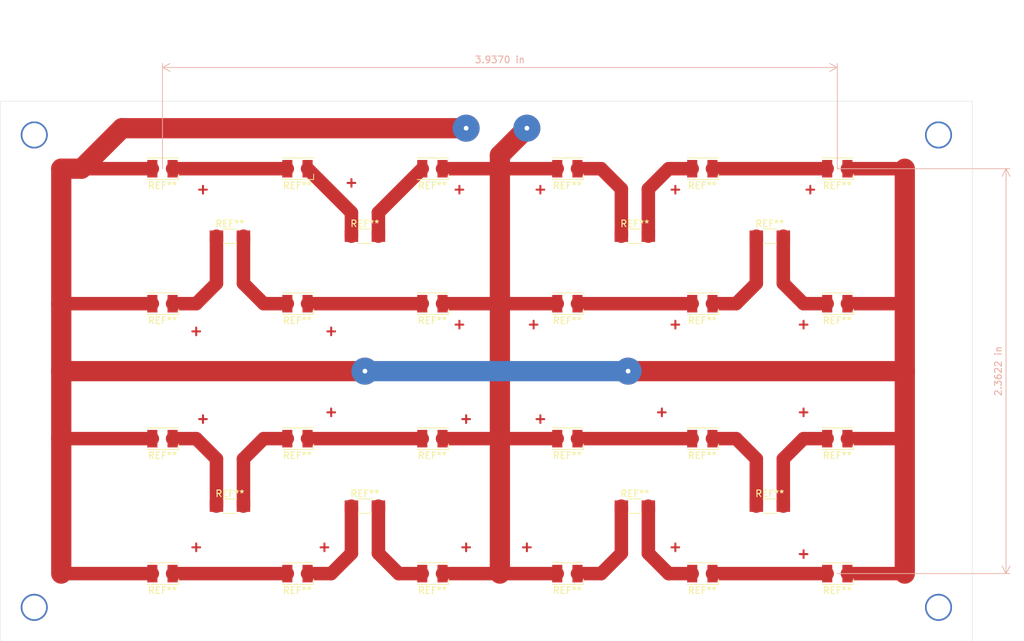
<source format=kicad_pcb>
(kicad_pcb (version 20171130) (host pcbnew 5.1.4-e60b266~84~ubuntu18.04.1)

  (general
    (thickness 1.6)
    (drawings 31)
    (tracks 97)
    (zones 0)
    (modules 32)
    (nets 1)
  )

  (page A4)
  (title_block
    (title "Тестовый вариант лампы для засветки фоторезиста")
    (date 2019-11-20)
    (rev v.1)
  )

  (layers
    (0 F.Cu signal)
    (31 B.Cu signal)
    (32 B.Adhes user)
    (33 F.Adhes user)
    (34 B.Paste user)
    (35 F.Paste user)
    (36 B.SilkS user)
    (37 F.SilkS user)
    (38 B.Mask user)
    (39 F.Mask user)
    (40 Dwgs.User user)
    (41 Cmts.User user)
    (42 Eco1.User user)
    (43 Eco2.User user)
    (44 Edge.Cuts user)
    (45 Margin user)
    (46 B.CrtYd user)
    (47 F.CrtYd user)
    (48 B.Fab user)
    (49 F.Fab user)
  )

  (setup
    (last_trace_width 3)
    (user_trace_width 1)
    (user_trace_width 2)
    (user_trace_width 3)
    (trace_clearance 0.2)
    (zone_clearance 0.508)
    (zone_45_only no)
    (trace_min 0.2)
    (via_size 0.8)
    (via_drill 0.4)
    (via_min_size 0.4)
    (via_min_drill 0.3)
    (uvia_size 0.3)
    (uvia_drill 0.1)
    (uvias_allowed no)
    (uvia_min_size 0.2)
    (uvia_min_drill 0.1)
    (edge_width 0.05)
    (segment_width 0.2)
    (pcb_text_width 0.3)
    (pcb_text_size 1.5 1.5)
    (mod_edge_width 0.12)
    (mod_text_size 1 1)
    (mod_text_width 0.15)
    (pad_size 1.524 1.524)
    (pad_drill 0.762)
    (pad_to_mask_clearance 0.051)
    (solder_mask_min_width 0.25)
    (aux_axis_origin 0 0)
    (visible_elements FFFFFF7F)
    (pcbplotparams
      (layerselection 0x010fc_ffffffff)
      (usegerberextensions false)
      (usegerberattributes false)
      (usegerberadvancedattributes false)
      (creategerberjobfile false)
      (excludeedgelayer true)
      (linewidth 0.100000)
      (plotframeref false)
      (viasonmask false)
      (mode 1)
      (useauxorigin false)
      (hpglpennumber 1)
      (hpglpenspeed 20)
      (hpglpendiameter 15.000000)
      (psnegative false)
      (psa4output false)
      (plotreference true)
      (plotvalue true)
      (plotinvisibletext false)
      (padsonsilk false)
      (subtractmaskfromsilk false)
      (outputformat 1)
      (mirror false)
      (drillshape 1)
      (scaleselection 1)
      (outputdirectory ""))
  )

  (net 0 "")

  (net_class Default "This is the default net class."
    (clearance 0.2)
    (trace_width 0.25)
    (via_dia 0.8)
    (via_drill 0.4)
    (uvia_dia 0.3)
    (uvia_drill 0.1)
  )

  (module Resistors_SMD:R_1206_HandSoldering (layer F.Cu) (tedit 58E0A804) (tstamp 5DD5F2EB)
    (at 164 93)
    (descr "Resistor SMD 1206, hand soldering")
    (tags "resistor 1206")
    (attr smd)
    (fp_text reference REF** (at 0 -1.85) (layer F.SilkS)
      (effects (font (size 1 1) (thickness 0.15)))
    )
    (fp_text value R_1206_HandSoldering (at 0 1.9) (layer F.Fab)
      (effects (font (size 1 1) (thickness 0.15)))
    )
    (fp_text user %R (at 0 0) (layer F.Fab)
      (effects (font (size 0.7 0.7) (thickness 0.105)))
    )
    (fp_line (start -1.6 0.8) (end -1.6 -0.8) (layer F.Fab) (width 0.1))
    (fp_line (start 1.6 0.8) (end -1.6 0.8) (layer F.Fab) (width 0.1))
    (fp_line (start 1.6 -0.8) (end 1.6 0.8) (layer F.Fab) (width 0.1))
    (fp_line (start -1.6 -0.8) (end 1.6 -0.8) (layer F.Fab) (width 0.1))
    (fp_line (start 1 1.07) (end -1 1.07) (layer F.SilkS) (width 0.12))
    (fp_line (start -1 -1.07) (end 1 -1.07) (layer F.SilkS) (width 0.12))
    (fp_line (start -3.25 -1.11) (end 3.25 -1.11) (layer F.CrtYd) (width 0.05))
    (fp_line (start -3.25 -1.11) (end -3.25 1.1) (layer F.CrtYd) (width 0.05))
    (fp_line (start 3.25 1.1) (end 3.25 -1.11) (layer F.CrtYd) (width 0.05))
    (fp_line (start 3.25 1.1) (end -3.25 1.1) (layer F.CrtYd) (width 0.05))
    (pad 1 smd rect (at -2 0) (size 2 1.7) (layers F.Cu F.Paste F.Mask))
    (pad 2 smd rect (at 2 0) (size 2 1.7) (layers F.Cu F.Paste F.Mask))
    (model ${KISYS3DMOD}/Resistors_SMD.3dshapes/R_1206.wrl
      (at (xyz 0 0 0))
      (scale (xyz 1 1 1))
      (rotate (xyz 0 0 0))
    )
  )

  (module Resistors_SMD:R_1206_HandSoldering (layer F.Cu) (tedit 58E0A804) (tstamp 5DD5F2EB)
    (at 164 133)
    (descr "Resistor SMD 1206, hand soldering")
    (tags "resistor 1206")
    (attr smd)
    (fp_text reference REF** (at 0 -1.85) (layer F.SilkS)
      (effects (font (size 1 1) (thickness 0.15)))
    )
    (fp_text value R_1206_HandSoldering (at 0 1.9) (layer F.Fab)
      (effects (font (size 1 1) (thickness 0.15)))
    )
    (fp_text user %R (at 0 0) (layer F.Fab)
      (effects (font (size 0.7 0.7) (thickness 0.105)))
    )
    (fp_line (start -1.6 0.8) (end -1.6 -0.8) (layer F.Fab) (width 0.1))
    (fp_line (start 1.6 0.8) (end -1.6 0.8) (layer F.Fab) (width 0.1))
    (fp_line (start 1.6 -0.8) (end 1.6 0.8) (layer F.Fab) (width 0.1))
    (fp_line (start -1.6 -0.8) (end 1.6 -0.8) (layer F.Fab) (width 0.1))
    (fp_line (start 1 1.07) (end -1 1.07) (layer F.SilkS) (width 0.12))
    (fp_line (start -1 -1.07) (end 1 -1.07) (layer F.SilkS) (width 0.12))
    (fp_line (start -3.25 -1.11) (end 3.25 -1.11) (layer F.CrtYd) (width 0.05))
    (fp_line (start -3.25 -1.11) (end -3.25 1.1) (layer F.CrtYd) (width 0.05))
    (fp_line (start 3.25 1.1) (end 3.25 -1.11) (layer F.CrtYd) (width 0.05))
    (fp_line (start 3.25 1.1) (end -3.25 1.1) (layer F.CrtYd) (width 0.05))
    (pad 1 smd rect (at -2 0) (size 2 1.7) (layers F.Cu F.Paste F.Mask))
    (pad 2 smd rect (at 2 0) (size 2 1.7) (layers F.Cu F.Paste F.Mask))
    (model ${KISYS3DMOD}/Resistors_SMD.3dshapes/R_1206.wrl
      (at (xyz 0 0 0))
      (scale (xyz 1 1 1))
      (rotate (xyz 0 0 0))
    )
  )

  (module Resistors_SMD:R_1206_HandSoldering (layer F.Cu) (tedit 58E0A804) (tstamp 5DD5F2EB)
    (at 124 133)
    (descr "Resistor SMD 1206, hand soldering")
    (tags "resistor 1206")
    (attr smd)
    (fp_text reference REF** (at 0 -1.85) (layer F.SilkS)
      (effects (font (size 1 1) (thickness 0.15)))
    )
    (fp_text value R_1206_HandSoldering (at 0 1.9) (layer F.Fab)
      (effects (font (size 1 1) (thickness 0.15)))
    )
    (fp_text user %R (at 0 0) (layer F.Fab)
      (effects (font (size 0.7 0.7) (thickness 0.105)))
    )
    (fp_line (start -1.6 0.8) (end -1.6 -0.8) (layer F.Fab) (width 0.1))
    (fp_line (start 1.6 0.8) (end -1.6 0.8) (layer F.Fab) (width 0.1))
    (fp_line (start 1.6 -0.8) (end 1.6 0.8) (layer F.Fab) (width 0.1))
    (fp_line (start -1.6 -0.8) (end 1.6 -0.8) (layer F.Fab) (width 0.1))
    (fp_line (start 1 1.07) (end -1 1.07) (layer F.SilkS) (width 0.12))
    (fp_line (start -1 -1.07) (end 1 -1.07) (layer F.SilkS) (width 0.12))
    (fp_line (start -3.25 -1.11) (end 3.25 -1.11) (layer F.CrtYd) (width 0.05))
    (fp_line (start -3.25 -1.11) (end -3.25 1.1) (layer F.CrtYd) (width 0.05))
    (fp_line (start 3.25 1.1) (end 3.25 -1.11) (layer F.CrtYd) (width 0.05))
    (fp_line (start 3.25 1.1) (end -3.25 1.1) (layer F.CrtYd) (width 0.05))
    (pad 1 smd rect (at -2 0) (size 2 1.7) (layers F.Cu F.Paste F.Mask))
    (pad 2 smd rect (at 2 0) (size 2 1.7) (layers F.Cu F.Paste F.Mask))
    (model ${KISYS3DMOD}/Resistors_SMD.3dshapes/R_1206.wrl
      (at (xyz 0 0 0))
      (scale (xyz 1 1 1))
      (rotate (xyz 0 0 0))
    )
  )

  (module Resistors_SMD:R_1206_HandSoldering (layer F.Cu) (tedit 58E0A804) (tstamp 5DD5F2EB)
    (at 124 93)
    (descr "Resistor SMD 1206, hand soldering")
    (tags "resistor 1206")
    (attr smd)
    (fp_text reference REF** (at 0 -1.85) (layer F.SilkS)
      (effects (font (size 1 1) (thickness 0.15)))
    )
    (fp_text value R_1206_HandSoldering (at 0 1.9) (layer F.Fab)
      (effects (font (size 1 1) (thickness 0.15)))
    )
    (fp_text user %R (at 0 0) (layer F.Fab)
      (effects (font (size 0.7 0.7) (thickness 0.105)))
    )
    (fp_line (start -1.6 0.8) (end -1.6 -0.8) (layer F.Fab) (width 0.1))
    (fp_line (start 1.6 0.8) (end -1.6 0.8) (layer F.Fab) (width 0.1))
    (fp_line (start 1.6 -0.8) (end 1.6 0.8) (layer F.Fab) (width 0.1))
    (fp_line (start -1.6 -0.8) (end 1.6 -0.8) (layer F.Fab) (width 0.1))
    (fp_line (start 1 1.07) (end -1 1.07) (layer F.SilkS) (width 0.12))
    (fp_line (start -1 -1.07) (end 1 -1.07) (layer F.SilkS) (width 0.12))
    (fp_line (start -3.25 -1.11) (end 3.25 -1.11) (layer F.CrtYd) (width 0.05))
    (fp_line (start -3.25 -1.11) (end -3.25 1.1) (layer F.CrtYd) (width 0.05))
    (fp_line (start 3.25 1.1) (end 3.25 -1.11) (layer F.CrtYd) (width 0.05))
    (fp_line (start 3.25 1.1) (end -3.25 1.1) (layer F.CrtYd) (width 0.05))
    (pad 1 smd rect (at -2 0) (size 2 1.7) (layers F.Cu F.Paste F.Mask))
    (pad 2 smd rect (at 2 0) (size 2 1.7) (layers F.Cu F.Paste F.Mask))
    (model ${KISYS3DMOD}/Resistors_SMD.3dshapes/R_1206.wrl
      (at (xyz 0 0 0))
      (scale (xyz 1 1 1))
      (rotate (xyz 0 0 0))
    )
  )

  (module Resistors_SMD:R_1206_HandSoldering (layer F.Cu) (tedit 58E0A804) (tstamp 5DD5F2EB)
    (at 184 133)
    (descr "Resistor SMD 1206, hand soldering")
    (tags "resistor 1206")
    (attr smd)
    (fp_text reference REF** (at 0 -1.85) (layer F.SilkS)
      (effects (font (size 1 1) (thickness 0.15)))
    )
    (fp_text value R_1206_HandSoldering (at 0 1.9) (layer F.Fab)
      (effects (font (size 1 1) (thickness 0.15)))
    )
    (fp_text user %R (at 0 0) (layer F.Fab)
      (effects (font (size 0.7 0.7) (thickness 0.105)))
    )
    (fp_line (start -1.6 0.8) (end -1.6 -0.8) (layer F.Fab) (width 0.1))
    (fp_line (start 1.6 0.8) (end -1.6 0.8) (layer F.Fab) (width 0.1))
    (fp_line (start 1.6 -0.8) (end 1.6 0.8) (layer F.Fab) (width 0.1))
    (fp_line (start -1.6 -0.8) (end 1.6 -0.8) (layer F.Fab) (width 0.1))
    (fp_line (start 1 1.07) (end -1 1.07) (layer F.SilkS) (width 0.12))
    (fp_line (start -1 -1.07) (end 1 -1.07) (layer F.SilkS) (width 0.12))
    (fp_line (start -3.25 -1.11) (end 3.25 -1.11) (layer F.CrtYd) (width 0.05))
    (fp_line (start -3.25 -1.11) (end -3.25 1.1) (layer F.CrtYd) (width 0.05))
    (fp_line (start 3.25 1.1) (end 3.25 -1.11) (layer F.CrtYd) (width 0.05))
    (fp_line (start 3.25 1.1) (end -3.25 1.1) (layer F.CrtYd) (width 0.05))
    (pad 1 smd rect (at -2 0) (size 2 1.7) (layers F.Cu F.Paste F.Mask))
    (pad 2 smd rect (at 2 0) (size 2 1.7) (layers F.Cu F.Paste F.Mask))
    (model ${KISYS3DMOD}/Resistors_SMD.3dshapes/R_1206.wrl
      (at (xyz 0 0 0))
      (scale (xyz 1 1 1))
      (rotate (xyz 0 0 0))
    )
  )

  (module Resistors_SMD:R_1206_HandSoldering (layer F.Cu) (tedit 58E0A804) (tstamp 5DD5F2EB)
    (at 184 93)
    (descr "Resistor SMD 1206, hand soldering")
    (tags "resistor 1206")
    (attr smd)
    (fp_text reference REF** (at 0 -1.85) (layer F.SilkS)
      (effects (font (size 1 1) (thickness 0.15)))
    )
    (fp_text value R_1206_HandSoldering (at 0 1.9) (layer F.Fab)
      (effects (font (size 1 1) (thickness 0.15)))
    )
    (fp_text user %R (at 0 0) (layer F.Fab)
      (effects (font (size 0.7 0.7) (thickness 0.105)))
    )
    (fp_line (start -1.6 0.8) (end -1.6 -0.8) (layer F.Fab) (width 0.1))
    (fp_line (start 1.6 0.8) (end -1.6 0.8) (layer F.Fab) (width 0.1))
    (fp_line (start 1.6 -0.8) (end 1.6 0.8) (layer F.Fab) (width 0.1))
    (fp_line (start -1.6 -0.8) (end 1.6 -0.8) (layer F.Fab) (width 0.1))
    (fp_line (start 1 1.07) (end -1 1.07) (layer F.SilkS) (width 0.12))
    (fp_line (start -1 -1.07) (end 1 -1.07) (layer F.SilkS) (width 0.12))
    (fp_line (start -3.25 -1.11) (end 3.25 -1.11) (layer F.CrtYd) (width 0.05))
    (fp_line (start -3.25 -1.11) (end -3.25 1.1) (layer F.CrtYd) (width 0.05))
    (fp_line (start 3.25 1.1) (end 3.25 -1.11) (layer F.CrtYd) (width 0.05))
    (fp_line (start 3.25 1.1) (end -3.25 1.1) (layer F.CrtYd) (width 0.05))
    (pad 1 smd rect (at -2 0) (size 2 1.7) (layers F.Cu F.Paste F.Mask))
    (pad 2 smd rect (at 2 0) (size 2 1.7) (layers F.Cu F.Paste F.Mask))
    (model ${KISYS3DMOD}/Resistors_SMD.3dshapes/R_1206.wrl
      (at (xyz 0 0 0))
      (scale (xyz 1 1 1))
      (rotate (xyz 0 0 0))
    )
  )

  (module Resistors_SMD:R_1206_HandSoldering (layer F.Cu) (tedit 58E0A804) (tstamp 5DD5F2EB)
    (at 104 133)
    (descr "Resistor SMD 1206, hand soldering")
    (tags "resistor 1206")
    (attr smd)
    (fp_text reference REF** (at 0 -1.85) (layer F.SilkS)
      (effects (font (size 1 1) (thickness 0.15)))
    )
    (fp_text value R_1206_HandSoldering (at 0 1.9) (layer F.Fab)
      (effects (font (size 1 1) (thickness 0.15)))
    )
    (fp_text user %R (at 0 0) (layer F.Fab)
      (effects (font (size 0.7 0.7) (thickness 0.105)))
    )
    (fp_line (start -1.6 0.8) (end -1.6 -0.8) (layer F.Fab) (width 0.1))
    (fp_line (start 1.6 0.8) (end -1.6 0.8) (layer F.Fab) (width 0.1))
    (fp_line (start 1.6 -0.8) (end 1.6 0.8) (layer F.Fab) (width 0.1))
    (fp_line (start -1.6 -0.8) (end 1.6 -0.8) (layer F.Fab) (width 0.1))
    (fp_line (start 1 1.07) (end -1 1.07) (layer F.SilkS) (width 0.12))
    (fp_line (start -1 -1.07) (end 1 -1.07) (layer F.SilkS) (width 0.12))
    (fp_line (start -3.25 -1.11) (end 3.25 -1.11) (layer F.CrtYd) (width 0.05))
    (fp_line (start -3.25 -1.11) (end -3.25 1.1) (layer F.CrtYd) (width 0.05))
    (fp_line (start 3.25 1.1) (end 3.25 -1.11) (layer F.CrtYd) (width 0.05))
    (fp_line (start 3.25 1.1) (end -3.25 1.1) (layer F.CrtYd) (width 0.05))
    (pad 1 smd rect (at -2 0) (size 2 1.7) (layers F.Cu F.Paste F.Mask))
    (pad 2 smd rect (at 2 0) (size 2 1.7) (layers F.Cu F.Paste F.Mask))
    (model ${KISYS3DMOD}/Resistors_SMD.3dshapes/R_1206.wrl
      (at (xyz 0 0 0))
      (scale (xyz 1 1 1))
      (rotate (xyz 0 0 0))
    )
  )

  (module Resistors_SMD:R_1206_HandSoldering (layer F.Cu) (tedit 58E0A804) (tstamp 5DD5F2CA)
    (at 104 93)
    (descr "Resistor SMD 1206, hand soldering")
    (tags "resistor 1206")
    (attr smd)
    (fp_text reference REF** (at 0 -1.85) (layer F.SilkS)
      (effects (font (size 1 1) (thickness 0.15)))
    )
    (fp_text value R_1206_HandSoldering (at 0 1.9) (layer F.Fab)
      (effects (font (size 1 1) (thickness 0.15)))
    )
    (fp_line (start 3.25 1.1) (end -3.25 1.1) (layer F.CrtYd) (width 0.05))
    (fp_line (start 3.25 1.1) (end 3.25 -1.11) (layer F.CrtYd) (width 0.05))
    (fp_line (start -3.25 -1.11) (end -3.25 1.1) (layer F.CrtYd) (width 0.05))
    (fp_line (start -3.25 -1.11) (end 3.25 -1.11) (layer F.CrtYd) (width 0.05))
    (fp_line (start -1 -1.07) (end 1 -1.07) (layer F.SilkS) (width 0.12))
    (fp_line (start 1 1.07) (end -1 1.07) (layer F.SilkS) (width 0.12))
    (fp_line (start -1.6 -0.8) (end 1.6 -0.8) (layer F.Fab) (width 0.1))
    (fp_line (start 1.6 -0.8) (end 1.6 0.8) (layer F.Fab) (width 0.1))
    (fp_line (start 1.6 0.8) (end -1.6 0.8) (layer F.Fab) (width 0.1))
    (fp_line (start -1.6 0.8) (end -1.6 -0.8) (layer F.Fab) (width 0.1))
    (fp_text user %R (at 0 0) (layer F.Fab)
      (effects (font (size 0.7 0.7) (thickness 0.105)))
    )
    (pad 2 smd rect (at 2 0) (size 2 1.7) (layers F.Cu F.Paste F.Mask))
    (pad 1 smd rect (at -2 0) (size 2 1.7) (layers F.Cu F.Paste F.Mask))
    (model ${KISYS3DMOD}/Resistors_SMD.3dshapes/R_1206.wrl
      (at (xyz 0 0 0))
      (scale (xyz 1 1 1))
      (rotate (xyz 0 0 0))
    )
  )

  (module LEDs:LED_PLCC-2 (layer F.Cu) (tedit 59959404) (tstamp 5DD5E5ED)
    (at 114 83 180)
    (descr "LED PLCC-2 SMD package")
    (tags "LED PLCC-2 SMD")
    (attr smd)
    (fp_text reference REF** (at 0 -2.5) (layer F.SilkS)
      (effects (font (size 1 1) (thickness 0.15)))
    )
    (fp_text value LED_PLCC-2 (at 0 2.5) (layer F.Fab)
      (effects (font (size 1 1) (thickness 0.15)))
    )
    (fp_text user %R (at 0 0) (layer F.Fab)
      (effects (font (size 0.4 0.4) (thickness 0.1)))
    )
    (fp_line (start -2.4 -1.6) (end -2.4 -0.8) (layer F.SilkS) (width 0.12))
    (fp_line (start 2.25 -1.6) (end -2.4 -1.6) (layer F.SilkS) (width 0.12))
    (fp_line (start 2.25 1.6) (end -2.4 1.6) (layer F.SilkS) (width 0.12))
    (fp_line (start -2.65 1.85) (end -2.65 -1.85) (layer F.CrtYd) (width 0.05))
    (fp_line (start 2.5 1.85) (end -2.65 1.85) (layer F.CrtYd) (width 0.05))
    (fp_line (start 2.5 -1.85) (end 2.5 1.85) (layer F.CrtYd) (width 0.05))
    (fp_line (start -2.65 -1.85) (end 2.5 -1.85) (layer F.CrtYd) (width 0.05))
    (fp_line (start -1.7 1.5) (end 1.7 1.5) (layer F.Fab) (width 0.1))
    (fp_line (start -1.7 -1.5) (end -1.7 1.5) (layer F.Fab) (width 0.1))
    (fp_line (start 1.7 -1.5) (end -1.7 -1.5) (layer F.Fab) (width 0.1))
    (fp_line (start 1.7 1.5) (end 1.7 -1.5) (layer F.Fab) (width 0.1))
    (fp_line (start -1.7 -0.6) (end -0.8 -1.5) (layer F.Fab) (width 0.1))
    (fp_circle (center 0 0) (end 0 -1.25) (layer F.Fab) (width 0.1))
    (pad 2 smd rect (at 1.5 0 180) (size 1.5 2.6) (layers F.Cu F.Paste F.Mask))
    (pad 1 smd rect (at -1.5 0 180) (size 1.5 2.6) (layers F.Cu F.Paste F.Mask))
    (model ${KISYS3DMOD}/LEDs.3dshapes/LED_PLCC-2.wrl
      (at (xyz 0 0 0))
      (scale (xyz 1 1 1))
      (rotate (xyz 0 0 0))
    )
  )

  (module LEDs:LED_PLCC-2 (layer F.Cu) (tedit 59959404) (tstamp 5DD5E5DA)
    (at 134 103 180)
    (descr "LED PLCC-2 SMD package")
    (tags "LED PLCC-2 SMD")
    (attr smd)
    (fp_text reference REF** (at 0 -2.5) (layer F.SilkS)
      (effects (font (size 1 1) (thickness 0.15)))
    )
    (fp_text value LED_PLCC-2 (at 0 2.5) (layer F.Fab)
      (effects (font (size 1 1) (thickness 0.15)))
    )
    (fp_text user %R (at 0 0) (layer F.Fab)
      (effects (font (size 0.4 0.4) (thickness 0.1)))
    )
    (fp_line (start -2.4 -1.6) (end -2.4 -0.8) (layer F.SilkS) (width 0.12))
    (fp_line (start 2.25 -1.6) (end -2.4 -1.6) (layer F.SilkS) (width 0.12))
    (fp_line (start 2.25 1.6) (end -2.4 1.6) (layer F.SilkS) (width 0.12))
    (fp_line (start -2.65 1.85) (end -2.65 -1.85) (layer F.CrtYd) (width 0.05))
    (fp_line (start 2.5 1.85) (end -2.65 1.85) (layer F.CrtYd) (width 0.05))
    (fp_line (start 2.5 -1.85) (end 2.5 1.85) (layer F.CrtYd) (width 0.05))
    (fp_line (start -2.65 -1.85) (end 2.5 -1.85) (layer F.CrtYd) (width 0.05))
    (fp_line (start -1.7 1.5) (end 1.7 1.5) (layer F.Fab) (width 0.1))
    (fp_line (start -1.7 -1.5) (end -1.7 1.5) (layer F.Fab) (width 0.1))
    (fp_line (start 1.7 -1.5) (end -1.7 -1.5) (layer F.Fab) (width 0.1))
    (fp_line (start 1.7 1.5) (end 1.7 -1.5) (layer F.Fab) (width 0.1))
    (fp_line (start -1.7 -0.6) (end -0.8 -1.5) (layer F.Fab) (width 0.1))
    (fp_circle (center 0 0) (end 0 -1.25) (layer F.Fab) (width 0.1))
    (pad 2 smd rect (at 1.5 0 180) (size 1.5 2.6) (layers F.Cu F.Paste F.Mask))
    (pad 1 smd rect (at -1.5 0 180) (size 1.5 2.6) (layers F.Cu F.Paste F.Mask))
    (model ${KISYS3DMOD}/LEDs.3dshapes/LED_PLCC-2.wrl
      (at (xyz 0 0 0))
      (scale (xyz 1 1 1))
      (rotate (xyz 0 0 0))
    )
  )

  (module LEDs:LED_PLCC-2 (layer F.Cu) (tedit 59959404) (tstamp 5DD5E5C7)
    (at 94 103 180)
    (descr "LED PLCC-2 SMD package")
    (tags "LED PLCC-2 SMD")
    (attr smd)
    (fp_text reference REF** (at 0 -2.5) (layer F.SilkS)
      (effects (font (size 1 1) (thickness 0.15)))
    )
    (fp_text value LED_PLCC-2 (at 0 2.5) (layer F.Fab)
      (effects (font (size 1 1) (thickness 0.15)))
    )
    (fp_text user %R (at 0 0) (layer F.Fab)
      (effects (font (size 0.4 0.4) (thickness 0.1)))
    )
    (fp_line (start -2.4 -1.6) (end -2.4 -0.8) (layer F.SilkS) (width 0.12))
    (fp_line (start 2.25 -1.6) (end -2.4 -1.6) (layer F.SilkS) (width 0.12))
    (fp_line (start 2.25 1.6) (end -2.4 1.6) (layer F.SilkS) (width 0.12))
    (fp_line (start -2.65 1.85) (end -2.65 -1.85) (layer F.CrtYd) (width 0.05))
    (fp_line (start 2.5 1.85) (end -2.65 1.85) (layer F.CrtYd) (width 0.05))
    (fp_line (start 2.5 -1.85) (end 2.5 1.85) (layer F.CrtYd) (width 0.05))
    (fp_line (start -2.65 -1.85) (end 2.5 -1.85) (layer F.CrtYd) (width 0.05))
    (fp_line (start -1.7 1.5) (end 1.7 1.5) (layer F.Fab) (width 0.1))
    (fp_line (start -1.7 -1.5) (end -1.7 1.5) (layer F.Fab) (width 0.1))
    (fp_line (start 1.7 -1.5) (end -1.7 -1.5) (layer F.Fab) (width 0.1))
    (fp_line (start 1.7 1.5) (end 1.7 -1.5) (layer F.Fab) (width 0.1))
    (fp_line (start -1.7 -0.6) (end -0.8 -1.5) (layer F.Fab) (width 0.1))
    (fp_circle (center 0 0) (end 0 -1.25) (layer F.Fab) (width 0.1))
    (pad 2 smd rect (at 1.5 0 180) (size 1.5 2.6) (layers F.Cu F.Paste F.Mask))
    (pad 1 smd rect (at -1.5 0 180) (size 1.5 2.6) (layers F.Cu F.Paste F.Mask))
    (model ${KISYS3DMOD}/LEDs.3dshapes/LED_PLCC-2.wrl
      (at (xyz 0 0 0))
      (scale (xyz 1 1 1))
      (rotate (xyz 0 0 0))
    )
  )

  (module LEDs:LED_PLCC-2 (layer F.Cu) (tedit 59959404) (tstamp 5DD5E5B4)
    (at 154 83 180)
    (descr "LED PLCC-2 SMD package")
    (tags "LED PLCC-2 SMD")
    (attr smd)
    (fp_text reference REF** (at 0 -2.5) (layer F.SilkS)
      (effects (font (size 1 1) (thickness 0.15)))
    )
    (fp_text value LED_PLCC-2 (at 0 2.5) (layer F.Fab)
      (effects (font (size 1 1) (thickness 0.15)))
    )
    (fp_text user %R (at 0 0) (layer F.Fab)
      (effects (font (size 0.4 0.4) (thickness 0.1)))
    )
    (fp_line (start -2.4 -1.6) (end -2.4 -0.8) (layer F.SilkS) (width 0.12))
    (fp_line (start 2.25 -1.6) (end -2.4 -1.6) (layer F.SilkS) (width 0.12))
    (fp_line (start 2.25 1.6) (end -2.4 1.6) (layer F.SilkS) (width 0.12))
    (fp_line (start -2.65 1.85) (end -2.65 -1.85) (layer F.CrtYd) (width 0.05))
    (fp_line (start 2.5 1.85) (end -2.65 1.85) (layer F.CrtYd) (width 0.05))
    (fp_line (start 2.5 -1.85) (end 2.5 1.85) (layer F.CrtYd) (width 0.05))
    (fp_line (start -2.65 -1.85) (end 2.5 -1.85) (layer F.CrtYd) (width 0.05))
    (fp_line (start -1.7 1.5) (end 1.7 1.5) (layer F.Fab) (width 0.1))
    (fp_line (start -1.7 -1.5) (end -1.7 1.5) (layer F.Fab) (width 0.1))
    (fp_line (start 1.7 -1.5) (end -1.7 -1.5) (layer F.Fab) (width 0.1))
    (fp_line (start 1.7 1.5) (end 1.7 -1.5) (layer F.Fab) (width 0.1))
    (fp_line (start -1.7 -0.6) (end -0.8 -1.5) (layer F.Fab) (width 0.1))
    (fp_circle (center 0 0) (end 0 -1.25) (layer F.Fab) (width 0.1))
    (pad 2 smd rect (at 1.5 0 180) (size 1.5 2.6) (layers F.Cu F.Paste F.Mask))
    (pad 1 smd rect (at -1.5 0 180) (size 1.5 2.6) (layers F.Cu F.Paste F.Mask))
    (model ${KISYS3DMOD}/LEDs.3dshapes/LED_PLCC-2.wrl
      (at (xyz 0 0 0))
      (scale (xyz 1 1 1))
      (rotate (xyz 0 0 0))
    )
  )

  (module LEDs:LED_PLCC-2 (layer F.Cu) (tedit 59959404) (tstamp 5DD5E5A1)
    (at 154 103 180)
    (descr "LED PLCC-2 SMD package")
    (tags "LED PLCC-2 SMD")
    (attr smd)
    (fp_text reference REF** (at 0 -2.5) (layer F.SilkS)
      (effects (font (size 1 1) (thickness 0.15)))
    )
    (fp_text value LED_PLCC-2 (at 0 2.5) (layer F.Fab)
      (effects (font (size 1 1) (thickness 0.15)))
    )
    (fp_circle (center 0 0) (end 0 -1.25) (layer F.Fab) (width 0.1))
    (fp_line (start -1.7 -0.6) (end -0.8 -1.5) (layer F.Fab) (width 0.1))
    (fp_line (start 1.7 1.5) (end 1.7 -1.5) (layer F.Fab) (width 0.1))
    (fp_line (start 1.7 -1.5) (end -1.7 -1.5) (layer F.Fab) (width 0.1))
    (fp_line (start -1.7 -1.5) (end -1.7 1.5) (layer F.Fab) (width 0.1))
    (fp_line (start -1.7 1.5) (end 1.7 1.5) (layer F.Fab) (width 0.1))
    (fp_line (start -2.65 -1.85) (end 2.5 -1.85) (layer F.CrtYd) (width 0.05))
    (fp_line (start 2.5 -1.85) (end 2.5 1.85) (layer F.CrtYd) (width 0.05))
    (fp_line (start 2.5 1.85) (end -2.65 1.85) (layer F.CrtYd) (width 0.05))
    (fp_line (start -2.65 1.85) (end -2.65 -1.85) (layer F.CrtYd) (width 0.05))
    (fp_line (start 2.25 1.6) (end -2.4 1.6) (layer F.SilkS) (width 0.12))
    (fp_line (start 2.25 -1.6) (end -2.4 -1.6) (layer F.SilkS) (width 0.12))
    (fp_line (start -2.4 -1.6) (end -2.4 -0.8) (layer F.SilkS) (width 0.12))
    (fp_text user %R (at 0 0) (layer F.Fab)
      (effects (font (size 0.4 0.4) (thickness 0.1)))
    )
    (pad 1 smd rect (at -1.5 0 180) (size 1.5 2.6) (layers F.Cu F.Paste F.Mask))
    (pad 2 smd rect (at 1.5 0 180) (size 1.5 2.6) (layers F.Cu F.Paste F.Mask))
    (model ${KISYS3DMOD}/LEDs.3dshapes/LED_PLCC-2.wrl
      (at (xyz 0 0 0))
      (scale (xyz 1 1 1))
      (rotate (xyz 0 0 0))
    )
  )

  (module LEDs:LED_PLCC-2 (layer F.Cu) (tedit 59959404) (tstamp 5DD5E58E)
    (at 94 83 180)
    (descr "LED PLCC-2 SMD package")
    (tags "LED PLCC-2 SMD")
    (attr smd)
    (fp_text reference REF** (at 0 -2.5) (layer F.SilkS)
      (effects (font (size 1 1) (thickness 0.15)))
    )
    (fp_text value LED_PLCC-2 (at 0 2.5) (layer F.Fab)
      (effects (font (size 1 1) (thickness 0.15)))
    )
    (fp_circle (center 0 0) (end 0 -1.25) (layer F.Fab) (width 0.1))
    (fp_line (start -1.7 -0.6) (end -0.8 -1.5) (layer F.Fab) (width 0.1))
    (fp_line (start 1.7 1.5) (end 1.7 -1.5) (layer F.Fab) (width 0.1))
    (fp_line (start 1.7 -1.5) (end -1.7 -1.5) (layer F.Fab) (width 0.1))
    (fp_line (start -1.7 -1.5) (end -1.7 1.5) (layer F.Fab) (width 0.1))
    (fp_line (start -1.7 1.5) (end 1.7 1.5) (layer F.Fab) (width 0.1))
    (fp_line (start -2.65 -1.85) (end 2.5 -1.85) (layer F.CrtYd) (width 0.05))
    (fp_line (start 2.5 -1.85) (end 2.5 1.85) (layer F.CrtYd) (width 0.05))
    (fp_line (start 2.5 1.85) (end -2.65 1.85) (layer F.CrtYd) (width 0.05))
    (fp_line (start -2.65 1.85) (end -2.65 -1.85) (layer F.CrtYd) (width 0.05))
    (fp_line (start 2.25 1.6) (end -2.4 1.6) (layer F.SilkS) (width 0.12))
    (fp_line (start 2.25 -1.6) (end -2.4 -1.6) (layer F.SilkS) (width 0.12))
    (fp_line (start -2.4 -1.6) (end -2.4 -0.8) (layer F.SilkS) (width 0.12))
    (fp_text user %R (at 0 0) (layer F.Fab)
      (effects (font (size 0.4 0.4) (thickness 0.1)))
    )
    (pad 1 smd rect (at -1.5 0 180) (size 1.5 2.6) (layers F.Cu F.Paste F.Mask))
    (pad 2 smd rect (at 1.5 0 180) (size 1.5 2.6) (layers F.Cu F.Paste F.Mask))
    (model ${KISYS3DMOD}/LEDs.3dshapes/LED_PLCC-2.wrl
      (at (xyz 0 0 0))
      (scale (xyz 1 1 1))
      (rotate (xyz 0 0 0))
    )
  )

  (module LEDs:LED_PLCC-2 (layer F.Cu) (tedit 59959404) (tstamp 5DD5E57B)
    (at 114 103 180)
    (descr "LED PLCC-2 SMD package")
    (tags "LED PLCC-2 SMD")
    (attr smd)
    (fp_text reference REF** (at 0 -2.5) (layer F.SilkS)
      (effects (font (size 1 1) (thickness 0.15)))
    )
    (fp_text value LED_PLCC-2 (at 0 2.5) (layer F.Fab)
      (effects (font (size 1 1) (thickness 0.15)))
    )
    (fp_circle (center 0 0) (end 0 -1.25) (layer F.Fab) (width 0.1))
    (fp_line (start -1.7 -0.6) (end -0.8 -1.5) (layer F.Fab) (width 0.1))
    (fp_line (start 1.7 1.5) (end 1.7 -1.5) (layer F.Fab) (width 0.1))
    (fp_line (start 1.7 -1.5) (end -1.7 -1.5) (layer F.Fab) (width 0.1))
    (fp_line (start -1.7 -1.5) (end -1.7 1.5) (layer F.Fab) (width 0.1))
    (fp_line (start -1.7 1.5) (end 1.7 1.5) (layer F.Fab) (width 0.1))
    (fp_line (start -2.65 -1.85) (end 2.5 -1.85) (layer F.CrtYd) (width 0.05))
    (fp_line (start 2.5 -1.85) (end 2.5 1.85) (layer F.CrtYd) (width 0.05))
    (fp_line (start 2.5 1.85) (end -2.65 1.85) (layer F.CrtYd) (width 0.05))
    (fp_line (start -2.65 1.85) (end -2.65 -1.85) (layer F.CrtYd) (width 0.05))
    (fp_line (start 2.25 1.6) (end -2.4 1.6) (layer F.SilkS) (width 0.12))
    (fp_line (start 2.25 -1.6) (end -2.4 -1.6) (layer F.SilkS) (width 0.12))
    (fp_line (start -2.4 -1.6) (end -2.4 -0.8) (layer F.SilkS) (width 0.12))
    (fp_text user %R (at 0 0) (layer F.Fab)
      (effects (font (size 0.4 0.4) (thickness 0.1)))
    )
    (pad 1 smd rect (at -1.5 0 180) (size 1.5 2.6) (layers F.Cu F.Paste F.Mask))
    (pad 2 smd rect (at 1.5 0 180) (size 1.5 2.6) (layers F.Cu F.Paste F.Mask))
    (model ${KISYS3DMOD}/LEDs.3dshapes/LED_PLCC-2.wrl
      (at (xyz 0 0 0))
      (scale (xyz 1 1 1))
      (rotate (xyz 0 0 0))
    )
  )

  (module LEDs:LED_PLCC-2 (layer F.Cu) (tedit 59959404) (tstamp 5DD5E568)
    (at 174 103 180)
    (descr "LED PLCC-2 SMD package")
    (tags "LED PLCC-2 SMD")
    (attr smd)
    (fp_text reference REF** (at 0 -2.5) (layer F.SilkS)
      (effects (font (size 1 1) (thickness 0.15)))
    )
    (fp_text value LED_PLCC-2 (at 0 2.5) (layer F.Fab)
      (effects (font (size 1 1) (thickness 0.15)))
    )
    (fp_text user %R (at 0 0) (layer F.Fab)
      (effects (font (size 0.4 0.4) (thickness 0.1)))
    )
    (fp_line (start -2.4 -1.6) (end -2.4 -0.8) (layer F.SilkS) (width 0.12))
    (fp_line (start 2.25 -1.6) (end -2.4 -1.6) (layer F.SilkS) (width 0.12))
    (fp_line (start 2.25 1.6) (end -2.4 1.6) (layer F.SilkS) (width 0.12))
    (fp_line (start -2.65 1.85) (end -2.65 -1.85) (layer F.CrtYd) (width 0.05))
    (fp_line (start 2.5 1.85) (end -2.65 1.85) (layer F.CrtYd) (width 0.05))
    (fp_line (start 2.5 -1.85) (end 2.5 1.85) (layer F.CrtYd) (width 0.05))
    (fp_line (start -2.65 -1.85) (end 2.5 -1.85) (layer F.CrtYd) (width 0.05))
    (fp_line (start -1.7 1.5) (end 1.7 1.5) (layer F.Fab) (width 0.1))
    (fp_line (start -1.7 -1.5) (end -1.7 1.5) (layer F.Fab) (width 0.1))
    (fp_line (start 1.7 -1.5) (end -1.7 -1.5) (layer F.Fab) (width 0.1))
    (fp_line (start 1.7 1.5) (end 1.7 -1.5) (layer F.Fab) (width 0.1))
    (fp_line (start -1.7 -0.6) (end -0.8 -1.5) (layer F.Fab) (width 0.1))
    (fp_circle (center 0 0) (end 0 -1.25) (layer F.Fab) (width 0.1))
    (pad 2 smd rect (at 1.5 0 180) (size 1.5 2.6) (layers F.Cu F.Paste F.Mask))
    (pad 1 smd rect (at -1.5 0 180) (size 1.5 2.6) (layers F.Cu F.Paste F.Mask))
    (model ${KISYS3DMOD}/LEDs.3dshapes/LED_PLCC-2.wrl
      (at (xyz 0 0 0))
      (scale (xyz 1 1 1))
      (rotate (xyz 0 0 0))
    )
  )

  (module LEDs:LED_PLCC-2 (layer F.Cu) (tedit 59959404) (tstamp 5DD5E555)
    (at 194 83 180)
    (descr "LED PLCC-2 SMD package")
    (tags "LED PLCC-2 SMD")
    (attr smd)
    (fp_text reference REF** (at 0 -2.5) (layer F.SilkS)
      (effects (font (size 1 1) (thickness 0.15)))
    )
    (fp_text value LED_PLCC-2 (at 0 2.5) (layer F.Fab)
      (effects (font (size 1 1) (thickness 0.15)))
    )
    (fp_text user %R (at 0 0) (layer F.Fab)
      (effects (font (size 0.4 0.4) (thickness 0.1)))
    )
    (fp_line (start -2.4 -1.6) (end -2.4 -0.8) (layer F.SilkS) (width 0.12))
    (fp_line (start 2.25 -1.6) (end -2.4 -1.6) (layer F.SilkS) (width 0.12))
    (fp_line (start 2.25 1.6) (end -2.4 1.6) (layer F.SilkS) (width 0.12))
    (fp_line (start -2.65 1.85) (end -2.65 -1.85) (layer F.CrtYd) (width 0.05))
    (fp_line (start 2.5 1.85) (end -2.65 1.85) (layer F.CrtYd) (width 0.05))
    (fp_line (start 2.5 -1.85) (end 2.5 1.85) (layer F.CrtYd) (width 0.05))
    (fp_line (start -2.65 -1.85) (end 2.5 -1.85) (layer F.CrtYd) (width 0.05))
    (fp_line (start -1.7 1.5) (end 1.7 1.5) (layer F.Fab) (width 0.1))
    (fp_line (start -1.7 -1.5) (end -1.7 1.5) (layer F.Fab) (width 0.1))
    (fp_line (start 1.7 -1.5) (end -1.7 -1.5) (layer F.Fab) (width 0.1))
    (fp_line (start 1.7 1.5) (end 1.7 -1.5) (layer F.Fab) (width 0.1))
    (fp_line (start -1.7 -0.6) (end -0.8 -1.5) (layer F.Fab) (width 0.1))
    (fp_circle (center 0 0) (end 0 -1.25) (layer F.Fab) (width 0.1))
    (pad 2 smd rect (at 1.5 0 180) (size 1.5 2.6) (layers F.Cu F.Paste F.Mask))
    (pad 1 smd rect (at -1.5 0 180) (size 1.5 2.6) (layers F.Cu F.Paste F.Mask))
    (model ${KISYS3DMOD}/LEDs.3dshapes/LED_PLCC-2.wrl
      (at (xyz 0 0 0))
      (scale (xyz 1 1 1))
      (rotate (xyz 0 0 0))
    )
  )

  (module LEDs:LED_PLCC-2 (layer F.Cu) (tedit 59959404) (tstamp 5DD5E542)
    (at 174 83 180)
    (descr "LED PLCC-2 SMD package")
    (tags "LED PLCC-2 SMD")
    (attr smd)
    (fp_text reference REF** (at 0 -2.5) (layer F.SilkS)
      (effects (font (size 1 1) (thickness 0.15)))
    )
    (fp_text value LED_PLCC-2 (at 0 2.5) (layer F.Fab)
      (effects (font (size 1 1) (thickness 0.15)))
    )
    (fp_circle (center 0 0) (end 0 -1.25) (layer F.Fab) (width 0.1))
    (fp_line (start -1.7 -0.6) (end -0.8 -1.5) (layer F.Fab) (width 0.1))
    (fp_line (start 1.7 1.5) (end 1.7 -1.5) (layer F.Fab) (width 0.1))
    (fp_line (start 1.7 -1.5) (end -1.7 -1.5) (layer F.Fab) (width 0.1))
    (fp_line (start -1.7 -1.5) (end -1.7 1.5) (layer F.Fab) (width 0.1))
    (fp_line (start -1.7 1.5) (end 1.7 1.5) (layer F.Fab) (width 0.1))
    (fp_line (start -2.65 -1.85) (end 2.5 -1.85) (layer F.CrtYd) (width 0.05))
    (fp_line (start 2.5 -1.85) (end 2.5 1.85) (layer F.CrtYd) (width 0.05))
    (fp_line (start 2.5 1.85) (end -2.65 1.85) (layer F.CrtYd) (width 0.05))
    (fp_line (start -2.65 1.85) (end -2.65 -1.85) (layer F.CrtYd) (width 0.05))
    (fp_line (start 2.25 1.6) (end -2.4 1.6) (layer F.SilkS) (width 0.12))
    (fp_line (start 2.25 -1.6) (end -2.4 -1.6) (layer F.SilkS) (width 0.12))
    (fp_line (start -2.4 -1.6) (end -2.4 -0.8) (layer F.SilkS) (width 0.12))
    (fp_text user %R (at 0 0) (layer F.Fab)
      (effects (font (size 0.4 0.4) (thickness 0.1)))
    )
    (pad 1 smd rect (at -1.5 0 180) (size 1.5 2.6) (layers F.Cu F.Paste F.Mask))
    (pad 2 smd rect (at 1.5 0 180) (size 1.5 2.6) (layers F.Cu F.Paste F.Mask))
    (model ${KISYS3DMOD}/LEDs.3dshapes/LED_PLCC-2.wrl
      (at (xyz 0 0 0))
      (scale (xyz 1 1 1))
      (rotate (xyz 0 0 0))
    )
  )

  (module LEDs:LED_PLCC-2 (layer F.Cu) (tedit 59959404) (tstamp 5DD5E52F)
    (at 194 103 180)
    (descr "LED PLCC-2 SMD package")
    (tags "LED PLCC-2 SMD")
    (attr smd)
    (fp_text reference REF** (at 0 -2.5) (layer F.SilkS)
      (effects (font (size 1 1) (thickness 0.15)))
    )
    (fp_text value LED_PLCC-2 (at 0 2.5) (layer F.Fab)
      (effects (font (size 1 1) (thickness 0.15)))
    )
    (fp_circle (center 0 0) (end 0 -1.25) (layer F.Fab) (width 0.1))
    (fp_line (start -1.7 -0.6) (end -0.8 -1.5) (layer F.Fab) (width 0.1))
    (fp_line (start 1.7 1.5) (end 1.7 -1.5) (layer F.Fab) (width 0.1))
    (fp_line (start 1.7 -1.5) (end -1.7 -1.5) (layer F.Fab) (width 0.1))
    (fp_line (start -1.7 -1.5) (end -1.7 1.5) (layer F.Fab) (width 0.1))
    (fp_line (start -1.7 1.5) (end 1.7 1.5) (layer F.Fab) (width 0.1))
    (fp_line (start -2.65 -1.85) (end 2.5 -1.85) (layer F.CrtYd) (width 0.05))
    (fp_line (start 2.5 -1.85) (end 2.5 1.85) (layer F.CrtYd) (width 0.05))
    (fp_line (start 2.5 1.85) (end -2.65 1.85) (layer F.CrtYd) (width 0.05))
    (fp_line (start -2.65 1.85) (end -2.65 -1.85) (layer F.CrtYd) (width 0.05))
    (fp_line (start 2.25 1.6) (end -2.4 1.6) (layer F.SilkS) (width 0.12))
    (fp_line (start 2.25 -1.6) (end -2.4 -1.6) (layer F.SilkS) (width 0.12))
    (fp_line (start -2.4 -1.6) (end -2.4 -0.8) (layer F.SilkS) (width 0.12))
    (fp_text user %R (at 0 0) (layer F.Fab)
      (effects (font (size 0.4 0.4) (thickness 0.1)))
    )
    (pad 1 smd rect (at -1.5 0 180) (size 1.5 2.6) (layers F.Cu F.Paste F.Mask))
    (pad 2 smd rect (at 1.5 0 180) (size 1.5 2.6) (layers F.Cu F.Paste F.Mask))
    (model ${KISYS3DMOD}/LEDs.3dshapes/LED_PLCC-2.wrl
      (at (xyz 0 0 0))
      (scale (xyz 1 1 1))
      (rotate (xyz 0 0 0))
    )
  )

  (module LEDs:LED_PLCC-2 (layer F.Cu) (tedit 59959404) (tstamp 5DD5E51C)
    (at 134 83 180)
    (descr "LED PLCC-2 SMD package")
    (tags "LED PLCC-2 SMD")
    (attr smd)
    (fp_text reference REF** (at 0 -2.5) (layer F.SilkS)
      (effects (font (size 1 1) (thickness 0.15)))
    )
    (fp_text value LED_PLCC-2 (at 0 2.5) (layer F.Fab)
      (effects (font (size 1 1) (thickness 0.15)))
    )
    (fp_circle (center 0 0) (end 0 -1.25) (layer F.Fab) (width 0.1))
    (fp_line (start -1.7 -0.6) (end -0.8 -1.5) (layer F.Fab) (width 0.1))
    (fp_line (start 1.7 1.5) (end 1.7 -1.5) (layer F.Fab) (width 0.1))
    (fp_line (start 1.7 -1.5) (end -1.7 -1.5) (layer F.Fab) (width 0.1))
    (fp_line (start -1.7 -1.5) (end -1.7 1.5) (layer F.Fab) (width 0.1))
    (fp_line (start -1.7 1.5) (end 1.7 1.5) (layer F.Fab) (width 0.1))
    (fp_line (start -2.65 -1.85) (end 2.5 -1.85) (layer F.CrtYd) (width 0.05))
    (fp_line (start 2.5 -1.85) (end 2.5 1.85) (layer F.CrtYd) (width 0.05))
    (fp_line (start 2.5 1.85) (end -2.65 1.85) (layer F.CrtYd) (width 0.05))
    (fp_line (start -2.65 1.85) (end -2.65 -1.85) (layer F.CrtYd) (width 0.05))
    (fp_line (start 2.25 1.6) (end -2.4 1.6) (layer F.SilkS) (width 0.12))
    (fp_line (start 2.25 -1.6) (end -2.4 -1.6) (layer F.SilkS) (width 0.12))
    (fp_line (start -2.4 -1.6) (end -2.4 -0.8) (layer F.SilkS) (width 0.12))
    (fp_text user %R (at 0 0) (layer F.Fab)
      (effects (font (size 0.4 0.4) (thickness 0.1)))
    )
    (pad 1 smd rect (at -1.5 0 180) (size 1.5 2.6) (layers F.Cu F.Paste F.Mask))
    (pad 2 smd rect (at 1.5 0 180) (size 1.5 2.6) (layers F.Cu F.Paste F.Mask))
    (model ${KISYS3DMOD}/LEDs.3dshapes/LED_PLCC-2.wrl
      (at (xyz 0 0 0))
      (scale (xyz 1 1 1))
      (rotate (xyz 0 0 0))
    )
  )

  (module LEDs:LED_PLCC-2 (layer F.Cu) (tedit 59959404) (tstamp 5DD5E48B)
    (at 174 123 180)
    (descr "LED PLCC-2 SMD package")
    (tags "LED PLCC-2 SMD")
    (attr smd)
    (fp_text reference REF** (at 0 -2.5) (layer F.SilkS)
      (effects (font (size 1 1) (thickness 0.15)))
    )
    (fp_text value LED_PLCC-2 (at 0 2.5) (layer F.Fab)
      (effects (font (size 1 1) (thickness 0.15)))
    )
    (fp_text user %R (at 0 0) (layer F.Fab)
      (effects (font (size 0.4 0.4) (thickness 0.1)))
    )
    (fp_line (start -2.4 -1.6) (end -2.4 -0.8) (layer F.SilkS) (width 0.12))
    (fp_line (start 2.25 -1.6) (end -2.4 -1.6) (layer F.SilkS) (width 0.12))
    (fp_line (start 2.25 1.6) (end -2.4 1.6) (layer F.SilkS) (width 0.12))
    (fp_line (start -2.65 1.85) (end -2.65 -1.85) (layer F.CrtYd) (width 0.05))
    (fp_line (start 2.5 1.85) (end -2.65 1.85) (layer F.CrtYd) (width 0.05))
    (fp_line (start 2.5 -1.85) (end 2.5 1.85) (layer F.CrtYd) (width 0.05))
    (fp_line (start -2.65 -1.85) (end 2.5 -1.85) (layer F.CrtYd) (width 0.05))
    (fp_line (start -1.7 1.5) (end 1.7 1.5) (layer F.Fab) (width 0.1))
    (fp_line (start -1.7 -1.5) (end -1.7 1.5) (layer F.Fab) (width 0.1))
    (fp_line (start 1.7 -1.5) (end -1.7 -1.5) (layer F.Fab) (width 0.1))
    (fp_line (start 1.7 1.5) (end 1.7 -1.5) (layer F.Fab) (width 0.1))
    (fp_line (start -1.7 -0.6) (end -0.8 -1.5) (layer F.Fab) (width 0.1))
    (fp_circle (center 0 0) (end 0 -1.25) (layer F.Fab) (width 0.1))
    (pad 2 smd rect (at 1.5 0 180) (size 1.5 2.6) (layers F.Cu F.Paste F.Mask))
    (pad 1 smd rect (at -1.5 0 180) (size 1.5 2.6) (layers F.Cu F.Paste F.Mask))
    (model ${KISYS3DMOD}/LEDs.3dshapes/LED_PLCC-2.wrl
      (at (xyz 0 0 0))
      (scale (xyz 1 1 1))
      (rotate (xyz 0 0 0))
    )
  )

  (module LEDs:LED_PLCC-2 (layer F.Cu) (tedit 59959404) (tstamp 5DD5E478)
    (at 194 143 180)
    (descr "LED PLCC-2 SMD package")
    (tags "LED PLCC-2 SMD")
    (attr smd)
    (fp_text reference REF** (at 0 -2.5) (layer F.SilkS)
      (effects (font (size 1 1) (thickness 0.15)))
    )
    (fp_text value LED_PLCC-2 (at 0 2.5) (layer F.Fab)
      (effects (font (size 1 1) (thickness 0.15)))
    )
    (fp_text user %R (at 0 0) (layer F.Fab)
      (effects (font (size 0.4 0.4) (thickness 0.1)))
    )
    (fp_line (start -2.4 -1.6) (end -2.4 -0.8) (layer F.SilkS) (width 0.12))
    (fp_line (start 2.25 -1.6) (end -2.4 -1.6) (layer F.SilkS) (width 0.12))
    (fp_line (start 2.25 1.6) (end -2.4 1.6) (layer F.SilkS) (width 0.12))
    (fp_line (start -2.65 1.85) (end -2.65 -1.85) (layer F.CrtYd) (width 0.05))
    (fp_line (start 2.5 1.85) (end -2.65 1.85) (layer F.CrtYd) (width 0.05))
    (fp_line (start 2.5 -1.85) (end 2.5 1.85) (layer F.CrtYd) (width 0.05))
    (fp_line (start -2.65 -1.85) (end 2.5 -1.85) (layer F.CrtYd) (width 0.05))
    (fp_line (start -1.7 1.5) (end 1.7 1.5) (layer F.Fab) (width 0.1))
    (fp_line (start -1.7 -1.5) (end -1.7 1.5) (layer F.Fab) (width 0.1))
    (fp_line (start 1.7 -1.5) (end -1.7 -1.5) (layer F.Fab) (width 0.1))
    (fp_line (start 1.7 1.5) (end 1.7 -1.5) (layer F.Fab) (width 0.1))
    (fp_line (start -1.7 -0.6) (end -0.8 -1.5) (layer F.Fab) (width 0.1))
    (fp_circle (center 0 0) (end 0 -1.25) (layer F.Fab) (width 0.1))
    (pad 2 smd rect (at 1.5 0 180) (size 1.5 2.6) (layers F.Cu F.Paste F.Mask))
    (pad 1 smd rect (at -1.5 0 180) (size 1.5 2.6) (layers F.Cu F.Paste F.Mask))
    (model ${KISYS3DMOD}/LEDs.3dshapes/LED_PLCC-2.wrl
      (at (xyz 0 0 0))
      (scale (xyz 1 1 1))
      (rotate (xyz 0 0 0))
    )
  )

  (module LEDs:LED_PLCC-2 (layer F.Cu) (tedit 59959404) (tstamp 5DD5E465)
    (at 154 143 180)
    (descr "LED PLCC-2 SMD package")
    (tags "LED PLCC-2 SMD")
    (attr smd)
    (fp_text reference REF** (at 0 -2.5) (layer F.SilkS)
      (effects (font (size 1 1) (thickness 0.15)))
    )
    (fp_text value LED_PLCC-2 (at 0 2.5) (layer F.Fab)
      (effects (font (size 1 1) (thickness 0.15)))
    )
    (fp_text user %R (at 0 0) (layer F.Fab)
      (effects (font (size 0.4 0.4) (thickness 0.1)))
    )
    (fp_line (start -2.4 -1.6) (end -2.4 -0.8) (layer F.SilkS) (width 0.12))
    (fp_line (start 2.25 -1.6) (end -2.4 -1.6) (layer F.SilkS) (width 0.12))
    (fp_line (start 2.25 1.6) (end -2.4 1.6) (layer F.SilkS) (width 0.12))
    (fp_line (start -2.65 1.85) (end -2.65 -1.85) (layer F.CrtYd) (width 0.05))
    (fp_line (start 2.5 1.85) (end -2.65 1.85) (layer F.CrtYd) (width 0.05))
    (fp_line (start 2.5 -1.85) (end 2.5 1.85) (layer F.CrtYd) (width 0.05))
    (fp_line (start -2.65 -1.85) (end 2.5 -1.85) (layer F.CrtYd) (width 0.05))
    (fp_line (start -1.7 1.5) (end 1.7 1.5) (layer F.Fab) (width 0.1))
    (fp_line (start -1.7 -1.5) (end -1.7 1.5) (layer F.Fab) (width 0.1))
    (fp_line (start 1.7 -1.5) (end -1.7 -1.5) (layer F.Fab) (width 0.1))
    (fp_line (start 1.7 1.5) (end 1.7 -1.5) (layer F.Fab) (width 0.1))
    (fp_line (start -1.7 -0.6) (end -0.8 -1.5) (layer F.Fab) (width 0.1))
    (fp_circle (center 0 0) (end 0 -1.25) (layer F.Fab) (width 0.1))
    (pad 2 smd rect (at 1.5 0 180) (size 1.5 2.6) (layers F.Cu F.Paste F.Mask))
    (pad 1 smd rect (at -1.5 0 180) (size 1.5 2.6) (layers F.Cu F.Paste F.Mask))
    (model ${KISYS3DMOD}/LEDs.3dshapes/LED_PLCC-2.wrl
      (at (xyz 0 0 0))
      (scale (xyz 1 1 1))
      (rotate (xyz 0 0 0))
    )
  )

  (module LEDs:LED_PLCC-2 (layer F.Cu) (tedit 59959404) (tstamp 5DD5E452)
    (at 154 123 180)
    (descr "LED PLCC-2 SMD package")
    (tags "LED PLCC-2 SMD")
    (attr smd)
    (fp_text reference REF** (at 0 -2.5) (layer F.SilkS)
      (effects (font (size 1 1) (thickness 0.15)))
    )
    (fp_text value LED_PLCC-2 (at 0 2.5) (layer F.Fab)
      (effects (font (size 1 1) (thickness 0.15)))
    )
    (fp_circle (center 0 0) (end 0 -1.25) (layer F.Fab) (width 0.1))
    (fp_line (start -1.7 -0.6) (end -0.8 -1.5) (layer F.Fab) (width 0.1))
    (fp_line (start 1.7 1.5) (end 1.7 -1.5) (layer F.Fab) (width 0.1))
    (fp_line (start 1.7 -1.5) (end -1.7 -1.5) (layer F.Fab) (width 0.1))
    (fp_line (start -1.7 -1.5) (end -1.7 1.5) (layer F.Fab) (width 0.1))
    (fp_line (start -1.7 1.5) (end 1.7 1.5) (layer F.Fab) (width 0.1))
    (fp_line (start -2.65 -1.85) (end 2.5 -1.85) (layer F.CrtYd) (width 0.05))
    (fp_line (start 2.5 -1.85) (end 2.5 1.85) (layer F.CrtYd) (width 0.05))
    (fp_line (start 2.5 1.85) (end -2.65 1.85) (layer F.CrtYd) (width 0.05))
    (fp_line (start -2.65 1.85) (end -2.65 -1.85) (layer F.CrtYd) (width 0.05))
    (fp_line (start 2.25 1.6) (end -2.4 1.6) (layer F.SilkS) (width 0.12))
    (fp_line (start 2.25 -1.6) (end -2.4 -1.6) (layer F.SilkS) (width 0.12))
    (fp_line (start -2.4 -1.6) (end -2.4 -0.8) (layer F.SilkS) (width 0.12))
    (fp_text user %R (at 0 0) (layer F.Fab)
      (effects (font (size 0.4 0.4) (thickness 0.1)))
    )
    (pad 1 smd rect (at -1.5 0 180) (size 1.5 2.6) (layers F.Cu F.Paste F.Mask))
    (pad 2 smd rect (at 1.5 0 180) (size 1.5 2.6) (layers F.Cu F.Paste F.Mask))
    (model ${KISYS3DMOD}/LEDs.3dshapes/LED_PLCC-2.wrl
      (at (xyz 0 0 0))
      (scale (xyz 1 1 1))
      (rotate (xyz 0 0 0))
    )
  )

  (module LEDs:LED_PLCC-2 (layer F.Cu) (tedit 59959404) (tstamp 5DD5E43F)
    (at 174 143 180)
    (descr "LED PLCC-2 SMD package")
    (tags "LED PLCC-2 SMD")
    (attr smd)
    (fp_text reference REF** (at 0 -2.5) (layer F.SilkS)
      (effects (font (size 1 1) (thickness 0.15)))
    )
    (fp_text value LED_PLCC-2 (at 0 2.5) (layer F.Fab)
      (effects (font (size 1 1) (thickness 0.15)))
    )
    (fp_circle (center 0 0) (end 0 -1.25) (layer F.Fab) (width 0.1))
    (fp_line (start -1.7 -0.6) (end -0.8 -1.5) (layer F.Fab) (width 0.1))
    (fp_line (start 1.7 1.5) (end 1.7 -1.5) (layer F.Fab) (width 0.1))
    (fp_line (start 1.7 -1.5) (end -1.7 -1.5) (layer F.Fab) (width 0.1))
    (fp_line (start -1.7 -1.5) (end -1.7 1.5) (layer F.Fab) (width 0.1))
    (fp_line (start -1.7 1.5) (end 1.7 1.5) (layer F.Fab) (width 0.1))
    (fp_line (start -2.65 -1.85) (end 2.5 -1.85) (layer F.CrtYd) (width 0.05))
    (fp_line (start 2.5 -1.85) (end 2.5 1.85) (layer F.CrtYd) (width 0.05))
    (fp_line (start 2.5 1.85) (end -2.65 1.85) (layer F.CrtYd) (width 0.05))
    (fp_line (start -2.65 1.85) (end -2.65 -1.85) (layer F.CrtYd) (width 0.05))
    (fp_line (start 2.25 1.6) (end -2.4 1.6) (layer F.SilkS) (width 0.12))
    (fp_line (start 2.25 -1.6) (end -2.4 -1.6) (layer F.SilkS) (width 0.12))
    (fp_line (start -2.4 -1.6) (end -2.4 -0.8) (layer F.SilkS) (width 0.12))
    (fp_text user %R (at 0 0) (layer F.Fab)
      (effects (font (size 0.4 0.4) (thickness 0.1)))
    )
    (pad 1 smd rect (at -1.5 0 180) (size 1.5 2.6) (layers F.Cu F.Paste F.Mask))
    (pad 2 smd rect (at 1.5 0 180) (size 1.5 2.6) (layers F.Cu F.Paste F.Mask))
    (model ${KISYS3DMOD}/LEDs.3dshapes/LED_PLCC-2.wrl
      (at (xyz 0 0 0))
      (scale (xyz 1 1 1))
      (rotate (xyz 0 0 0))
    )
  )

  (module LEDs:LED_PLCC-2 (layer F.Cu) (tedit 59959404) (tstamp 5DD5E42C)
    (at 194 123 180)
    (descr "LED PLCC-2 SMD package")
    (tags "LED PLCC-2 SMD")
    (attr smd)
    (fp_text reference REF** (at 0 -2.5) (layer F.SilkS)
      (effects (font (size 1 1) (thickness 0.15)))
    )
    (fp_text value LED_PLCC-2 (at 0 2.5) (layer F.Fab)
      (effects (font (size 1 1) (thickness 0.15)))
    )
    (fp_circle (center 0 0) (end 0 -1.25) (layer F.Fab) (width 0.1))
    (fp_line (start -1.7 -0.6) (end -0.8 -1.5) (layer F.Fab) (width 0.1))
    (fp_line (start 1.7 1.5) (end 1.7 -1.5) (layer F.Fab) (width 0.1))
    (fp_line (start 1.7 -1.5) (end -1.7 -1.5) (layer F.Fab) (width 0.1))
    (fp_line (start -1.7 -1.5) (end -1.7 1.5) (layer F.Fab) (width 0.1))
    (fp_line (start -1.7 1.5) (end 1.7 1.5) (layer F.Fab) (width 0.1))
    (fp_line (start -2.65 -1.85) (end 2.5 -1.85) (layer F.CrtYd) (width 0.05))
    (fp_line (start 2.5 -1.85) (end 2.5 1.85) (layer F.CrtYd) (width 0.05))
    (fp_line (start 2.5 1.85) (end -2.65 1.85) (layer F.CrtYd) (width 0.05))
    (fp_line (start -2.65 1.85) (end -2.65 -1.85) (layer F.CrtYd) (width 0.05))
    (fp_line (start 2.25 1.6) (end -2.4 1.6) (layer F.SilkS) (width 0.12))
    (fp_line (start 2.25 -1.6) (end -2.4 -1.6) (layer F.SilkS) (width 0.12))
    (fp_line (start -2.4 -1.6) (end -2.4 -0.8) (layer F.SilkS) (width 0.12))
    (fp_text user %R (at 0 0) (layer F.Fab)
      (effects (font (size 0.4 0.4) (thickness 0.1)))
    )
    (pad 1 smd rect (at -1.5 0 180) (size 1.5 2.6) (layers F.Cu F.Paste F.Mask))
    (pad 2 smd rect (at 1.5 0 180) (size 1.5 2.6) (layers F.Cu F.Paste F.Mask))
    (model ${KISYS3DMOD}/LEDs.3dshapes/LED_PLCC-2.wrl
      (at (xyz 0 0 0))
      (scale (xyz 1 1 1))
      (rotate (xyz 0 0 0))
    )
  )

  (module LEDs:LED_PLCC-2 (layer F.Cu) (tedit 59959404) (tstamp 5DD5E3EE)
    (at 134 123 180)
    (descr "LED PLCC-2 SMD package")
    (tags "LED PLCC-2 SMD")
    (attr smd)
    (fp_text reference REF** (at 0 -2.5) (layer F.SilkS)
      (effects (font (size 1 1) (thickness 0.15)))
    )
    (fp_text value LED_PLCC-2 (at 0 2.5) (layer F.Fab)
      (effects (font (size 1 1) (thickness 0.15)))
    )
    (fp_text user %R (at 0 0) (layer F.Fab)
      (effects (font (size 0.4 0.4) (thickness 0.1)))
    )
    (fp_line (start -2.4 -1.6) (end -2.4 -0.8) (layer F.SilkS) (width 0.12))
    (fp_line (start 2.25 -1.6) (end -2.4 -1.6) (layer F.SilkS) (width 0.12))
    (fp_line (start 2.25 1.6) (end -2.4 1.6) (layer F.SilkS) (width 0.12))
    (fp_line (start -2.65 1.85) (end -2.65 -1.85) (layer F.CrtYd) (width 0.05))
    (fp_line (start 2.5 1.85) (end -2.65 1.85) (layer F.CrtYd) (width 0.05))
    (fp_line (start 2.5 -1.85) (end 2.5 1.85) (layer F.CrtYd) (width 0.05))
    (fp_line (start -2.65 -1.85) (end 2.5 -1.85) (layer F.CrtYd) (width 0.05))
    (fp_line (start -1.7 1.5) (end 1.7 1.5) (layer F.Fab) (width 0.1))
    (fp_line (start -1.7 -1.5) (end -1.7 1.5) (layer F.Fab) (width 0.1))
    (fp_line (start 1.7 -1.5) (end -1.7 -1.5) (layer F.Fab) (width 0.1))
    (fp_line (start 1.7 1.5) (end 1.7 -1.5) (layer F.Fab) (width 0.1))
    (fp_line (start -1.7 -0.6) (end -0.8 -1.5) (layer F.Fab) (width 0.1))
    (fp_circle (center 0 0) (end 0 -1.25) (layer F.Fab) (width 0.1))
    (pad 2 smd rect (at 1.5 0 180) (size 1.5 2.6) (layers F.Cu F.Paste F.Mask))
    (pad 1 smd rect (at -1.5 0 180) (size 1.5 2.6) (layers F.Cu F.Paste F.Mask))
    (model ${KISYS3DMOD}/LEDs.3dshapes/LED_PLCC-2.wrl
      (at (xyz 0 0 0))
      (scale (xyz 1 1 1))
      (rotate (xyz 0 0 0))
    )
  )

  (module LEDs:LED_PLCC-2 (layer F.Cu) (tedit 59959404) (tstamp 5DD5E3DB)
    (at 134 143 180)
    (descr "LED PLCC-2 SMD package")
    (tags "LED PLCC-2 SMD")
    (attr smd)
    (fp_text reference REF** (at 0 -2.5) (layer F.SilkS)
      (effects (font (size 1 1) (thickness 0.15)))
    )
    (fp_text value LED_PLCC-2 (at 0 2.5) (layer F.Fab)
      (effects (font (size 1 1) (thickness 0.15)))
    )
    (fp_circle (center 0 0) (end 0 -1.25) (layer F.Fab) (width 0.1))
    (fp_line (start -1.7 -0.6) (end -0.8 -1.5) (layer F.Fab) (width 0.1))
    (fp_line (start 1.7 1.5) (end 1.7 -1.5) (layer F.Fab) (width 0.1))
    (fp_line (start 1.7 -1.5) (end -1.7 -1.5) (layer F.Fab) (width 0.1))
    (fp_line (start -1.7 -1.5) (end -1.7 1.5) (layer F.Fab) (width 0.1))
    (fp_line (start -1.7 1.5) (end 1.7 1.5) (layer F.Fab) (width 0.1))
    (fp_line (start -2.65 -1.85) (end 2.5 -1.85) (layer F.CrtYd) (width 0.05))
    (fp_line (start 2.5 -1.85) (end 2.5 1.85) (layer F.CrtYd) (width 0.05))
    (fp_line (start 2.5 1.85) (end -2.65 1.85) (layer F.CrtYd) (width 0.05))
    (fp_line (start -2.65 1.85) (end -2.65 -1.85) (layer F.CrtYd) (width 0.05))
    (fp_line (start 2.25 1.6) (end -2.4 1.6) (layer F.SilkS) (width 0.12))
    (fp_line (start 2.25 -1.6) (end -2.4 -1.6) (layer F.SilkS) (width 0.12))
    (fp_line (start -2.4 -1.6) (end -2.4 -0.8) (layer F.SilkS) (width 0.12))
    (fp_text user %R (at 0 0) (layer F.Fab)
      (effects (font (size 0.4 0.4) (thickness 0.1)))
    )
    (pad 1 smd rect (at -1.5 0 180) (size 1.5 2.6) (layers F.Cu F.Paste F.Mask))
    (pad 2 smd rect (at 1.5 0 180) (size 1.5 2.6) (layers F.Cu F.Paste F.Mask))
    (model ${KISYS3DMOD}/LEDs.3dshapes/LED_PLCC-2.wrl
      (at (xyz 0 0 0))
      (scale (xyz 1 1 1))
      (rotate (xyz 0 0 0))
    )
  )

  (module LEDs:LED_PLCC-2 (layer F.Cu) (tedit 59959404) (tstamp 5DD5E3B2)
    (at 94 123 180)
    (descr "LED PLCC-2 SMD package")
    (tags "LED PLCC-2 SMD")
    (attr smd)
    (fp_text reference REF** (at 0 -2.5) (layer F.SilkS)
      (effects (font (size 1 1) (thickness 0.15)))
    )
    (fp_text value LED_PLCC-2 (at 0 2.5) (layer F.Fab)
      (effects (font (size 1 1) (thickness 0.15)))
    )
    (fp_text user %R (at 0 0) (layer F.Fab)
      (effects (font (size 0.4 0.4) (thickness 0.1)))
    )
    (fp_line (start -2.4 -1.6) (end -2.4 -0.8) (layer F.SilkS) (width 0.12))
    (fp_line (start 2.25 -1.6) (end -2.4 -1.6) (layer F.SilkS) (width 0.12))
    (fp_line (start 2.25 1.6) (end -2.4 1.6) (layer F.SilkS) (width 0.12))
    (fp_line (start -2.65 1.85) (end -2.65 -1.85) (layer F.CrtYd) (width 0.05))
    (fp_line (start 2.5 1.85) (end -2.65 1.85) (layer F.CrtYd) (width 0.05))
    (fp_line (start 2.5 -1.85) (end 2.5 1.85) (layer F.CrtYd) (width 0.05))
    (fp_line (start -2.65 -1.85) (end 2.5 -1.85) (layer F.CrtYd) (width 0.05))
    (fp_line (start -1.7 1.5) (end 1.7 1.5) (layer F.Fab) (width 0.1))
    (fp_line (start -1.7 -1.5) (end -1.7 1.5) (layer F.Fab) (width 0.1))
    (fp_line (start 1.7 -1.5) (end -1.7 -1.5) (layer F.Fab) (width 0.1))
    (fp_line (start 1.7 1.5) (end 1.7 -1.5) (layer F.Fab) (width 0.1))
    (fp_line (start -1.7 -0.6) (end -0.8 -1.5) (layer F.Fab) (width 0.1))
    (fp_circle (center 0 0) (end 0 -1.25) (layer F.Fab) (width 0.1))
    (pad 2 smd rect (at 1.5 0 180) (size 1.5 2.6) (layers F.Cu F.Paste F.Mask))
    (pad 1 smd rect (at -1.5 0 180) (size 1.5 2.6) (layers F.Cu F.Paste F.Mask))
    (model ${KISYS3DMOD}/LEDs.3dshapes/LED_PLCC-2.wrl
      (at (xyz 0 0 0))
      (scale (xyz 1 1 1))
      (rotate (xyz 0 0 0))
    )
  )

  (module LEDs:LED_PLCC-2 (layer F.Cu) (tedit 59959404) (tstamp 5DD5E374)
    (at 114 123 180)
    (descr "LED PLCC-2 SMD package")
    (tags "LED PLCC-2 SMD")
    (attr smd)
    (fp_text reference REF** (at 0 -2.5) (layer F.SilkS)
      (effects (font (size 1 1) (thickness 0.15)))
    )
    (fp_text value LED_PLCC-2 (at 0 2.5) (layer F.Fab)
      (effects (font (size 1 1) (thickness 0.15)))
    )
    (fp_circle (center 0 0) (end 0 -1.25) (layer F.Fab) (width 0.1))
    (fp_line (start -1.7 -0.6) (end -0.8 -1.5) (layer F.Fab) (width 0.1))
    (fp_line (start 1.7 1.5) (end 1.7 -1.5) (layer F.Fab) (width 0.1))
    (fp_line (start 1.7 -1.5) (end -1.7 -1.5) (layer F.Fab) (width 0.1))
    (fp_line (start -1.7 -1.5) (end -1.7 1.5) (layer F.Fab) (width 0.1))
    (fp_line (start -1.7 1.5) (end 1.7 1.5) (layer F.Fab) (width 0.1))
    (fp_line (start -2.65 -1.85) (end 2.5 -1.85) (layer F.CrtYd) (width 0.05))
    (fp_line (start 2.5 -1.85) (end 2.5 1.85) (layer F.CrtYd) (width 0.05))
    (fp_line (start 2.5 1.85) (end -2.65 1.85) (layer F.CrtYd) (width 0.05))
    (fp_line (start -2.65 1.85) (end -2.65 -1.85) (layer F.CrtYd) (width 0.05))
    (fp_line (start 2.25 1.6) (end -2.4 1.6) (layer F.SilkS) (width 0.12))
    (fp_line (start 2.25 -1.6) (end -2.4 -1.6) (layer F.SilkS) (width 0.12))
    (fp_line (start -2.4 -1.6) (end -2.4 -0.8) (layer F.SilkS) (width 0.12))
    (fp_text user %R (at 0 0) (layer F.Fab)
      (effects (font (size 0.4 0.4) (thickness 0.1)))
    )
    (pad 1 smd rect (at -1.5 0 180) (size 1.5 2.6) (layers F.Cu F.Paste F.Mask))
    (pad 2 smd rect (at 1.5 0 180) (size 1.5 2.6) (layers F.Cu F.Paste F.Mask))
    (model ${KISYS3DMOD}/LEDs.3dshapes/LED_PLCC-2.wrl
      (at (xyz 0 0 0))
      (scale (xyz 1 1 1))
      (rotate (xyz 0 0 0))
    )
  )

  (module LEDs:LED_PLCC-2 (layer F.Cu) (tedit 59959404) (tstamp 5DD5DBD6)
    (at 94 143 180)
    (descr "LED PLCC-2 SMD package")
    (tags "LED PLCC-2 SMD")
    (attr smd)
    (fp_text reference REF** (at 0 -2.5) (layer F.SilkS)
      (effects (font (size 1 1) (thickness 0.15)))
    )
    (fp_text value LED_PLCC-2 (at 0 2.5) (layer F.Fab)
      (effects (font (size 1 1) (thickness 0.15)))
    )
    (fp_circle (center 0 0) (end 0 -1.25) (layer F.Fab) (width 0.1))
    (fp_line (start -1.7 -0.6) (end -0.8 -1.5) (layer F.Fab) (width 0.1))
    (fp_line (start 1.7 1.5) (end 1.7 -1.5) (layer F.Fab) (width 0.1))
    (fp_line (start 1.7 -1.5) (end -1.7 -1.5) (layer F.Fab) (width 0.1))
    (fp_line (start -1.7 -1.5) (end -1.7 1.5) (layer F.Fab) (width 0.1))
    (fp_line (start -1.7 1.5) (end 1.7 1.5) (layer F.Fab) (width 0.1))
    (fp_line (start -2.65 -1.85) (end 2.5 -1.85) (layer F.CrtYd) (width 0.05))
    (fp_line (start 2.5 -1.85) (end 2.5 1.85) (layer F.CrtYd) (width 0.05))
    (fp_line (start 2.5 1.85) (end -2.65 1.85) (layer F.CrtYd) (width 0.05))
    (fp_line (start -2.65 1.85) (end -2.65 -1.85) (layer F.CrtYd) (width 0.05))
    (fp_line (start 2.25 1.6) (end -2.4 1.6) (layer F.SilkS) (width 0.12))
    (fp_line (start 2.25 -1.6) (end -2.4 -1.6) (layer F.SilkS) (width 0.12))
    (fp_line (start -2.4 -1.6) (end -2.4 -0.8) (layer F.SilkS) (width 0.12))
    (fp_text user %R (at 0 0) (layer F.Fab)
      (effects (font (size 0.4 0.4) (thickness 0.1)))
    )
    (pad 1 smd rect (at -1.5 0 180) (size 1.5 2.6) (layers F.Cu F.Paste F.Mask))
    (pad 2 smd rect (at 1.5 0 180) (size 1.5 2.6) (layers F.Cu F.Paste F.Mask))
    (model ${KISYS3DMOD}/LEDs.3dshapes/LED_PLCC-2.wrl
      (at (xyz 0 0 0))
      (scale (xyz 1 1 1))
      (rotate (xyz 0 0 0))
    )
  )

  (module LEDs:LED_PLCC-2 (layer F.Cu) (tedit 59959404) (tstamp 5DD5DBC3)
    (at 114 143 180)
    (descr "LED PLCC-2 SMD package")
    (tags "LED PLCC-2 SMD")
    (attr smd)
    (fp_text reference REF** (at 0 -2.5) (layer F.SilkS)
      (effects (font (size 1 1) (thickness 0.15)))
    )
    (fp_text value LED_PLCC-2 (at 0 2.5) (layer F.Fab)
      (effects (font (size 1 1) (thickness 0.15)))
    )
    (fp_text user %R (at 0 0) (layer F.Fab)
      (effects (font (size 0.4 0.4) (thickness 0.1)))
    )
    (fp_line (start -2.4 -1.6) (end -2.4 -0.8) (layer F.SilkS) (width 0.12))
    (fp_line (start 2.25 -1.6) (end -2.4 -1.6) (layer F.SilkS) (width 0.12))
    (fp_line (start 2.25 1.6) (end -2.4 1.6) (layer F.SilkS) (width 0.12))
    (fp_line (start -2.65 1.85) (end -2.65 -1.85) (layer F.CrtYd) (width 0.05))
    (fp_line (start 2.5 1.85) (end -2.65 1.85) (layer F.CrtYd) (width 0.05))
    (fp_line (start 2.5 -1.85) (end 2.5 1.85) (layer F.CrtYd) (width 0.05))
    (fp_line (start -2.65 -1.85) (end 2.5 -1.85) (layer F.CrtYd) (width 0.05))
    (fp_line (start -1.7 1.5) (end 1.7 1.5) (layer F.Fab) (width 0.1))
    (fp_line (start -1.7 -1.5) (end -1.7 1.5) (layer F.Fab) (width 0.1))
    (fp_line (start 1.7 -1.5) (end -1.7 -1.5) (layer F.Fab) (width 0.1))
    (fp_line (start 1.7 1.5) (end 1.7 -1.5) (layer F.Fab) (width 0.1))
    (fp_line (start -1.7 -0.6) (end -0.8 -1.5) (layer F.Fab) (width 0.1))
    (fp_circle (center 0 0) (end 0 -1.25) (layer F.Fab) (width 0.1))
    (pad 2 smd rect (at 1.5 0 180) (size 1.5 2.6) (layers F.Cu F.Paste F.Mask))
    (pad 1 smd rect (at -1.5 0 180) (size 1.5 2.6) (layers F.Cu F.Paste F.Mask))
    (model ${KISYS3DMOD}/LEDs.3dshapes/LED_PLCC-2.wrl
      (at (xyz 0 0 0))
      (scale (xyz 1 1 1))
      (rotate (xyz 0 0 0))
    )
  )

  (dimension 144 (width 0.15) (layer Dwgs.User)
    (gr_text "144,000 mm" (at 142 58.7) (layer Dwgs.User)
      (effects (font (size 1 1) (thickness 0.15)))
    )
    (feature1 (pts (xy 214 73) (xy 214 59.413579)))
    (feature2 (pts (xy 70 73) (xy 70 59.413579)))
    (crossbar (pts (xy 70 60) (xy 214 60)))
    (arrow1a (pts (xy 214 60) (xy 212.873496 60.586421)))
    (arrow1b (pts (xy 214 60) (xy 212.873496 59.413579)))
    (arrow2a (pts (xy 70 60) (xy 71.126504 60.586421)))
    (arrow2b (pts (xy 70 60) (xy 71.126504 59.413579)))
  )
  (gr_line (start 70 73) (end 214 73) (layer Edge.Cuts) (width 0.05) (tstamp 5DD5F6BF))
  (gr_line (start 214 153) (end 214 73) (layer Edge.Cuts) (width 0.05))
  (gr_line (start 70 153) (end 214 153) (layer Edge.Cuts) (width 0.05))
  (gr_line (start 70 73) (end 70 153) (layer Edge.Cuts) (width 0.05))
  (gr_text + (at 99 139) (layer F.Cu) (tstamp 5DD5F3B2)
    (effects (font (size 1.5 1.5) (thickness 0.3)))
  )
  (gr_text + (at 118 139) (layer F.Cu) (tstamp 5DD5F3B2)
    (effects (font (size 1.5 1.5) (thickness 0.3)))
  )
  (gr_text + (at 139 139) (layer F.Cu) (tstamp 5DD5F3B2)
    (effects (font (size 1.5 1.5) (thickness 0.3)))
  )
  (gr_text + (at 148 139) (layer F.Cu) (tstamp 5DD5F3B2)
    (effects (font (size 1.5 1.5) (thickness 0.3)))
  )
  (gr_text + (at 170 139) (layer F.Cu) (tstamp 5DD5F3B2)
    (effects (font (size 1.5 1.5) (thickness 0.3)))
  )
  (gr_text + (at 189 140) (layer F.Cu) (tstamp 5DD5F3B2)
    (effects (font (size 1.5 1.5) (thickness 0.3)))
  )
  (gr_text + (at 189 119) (layer F.Cu) (tstamp 5DD5F3B2)
    (effects (font (size 1.5 1.5) (thickness 0.3)))
  )
  (gr_text + (at 168 119) (layer F.Cu) (tstamp 5DD5F3B2)
    (effects (font (size 1.5 1.5) (thickness 0.3)))
  )
  (gr_text + (at 150 120) (layer F.Cu) (tstamp 5DD5F3B2)
    (effects (font (size 1.5 1.5) (thickness 0.3)))
  )
  (gr_text + (at 139 120) (layer F.Cu) (tstamp 5DD5F3B2)
    (effects (font (size 1.5 1.5) (thickness 0.3)))
  )
  (gr_text + (at 119 119) (layer F.Cu) (tstamp 5DD5F3B2)
    (effects (font (size 1.5 1.5) (thickness 0.3)))
  )
  (gr_text + (at 100 120) (layer F.Cu) (tstamp 5DD5F3B2)
    (effects (font (size 1.5 1.5) (thickness 0.3)))
  )
  (gr_text + (at 99 107) (layer F.Cu) (tstamp 5DD5F3B2)
    (effects (font (size 1.5 1.5) (thickness 0.3)))
  )
  (gr_text + (at 119 107) (layer F.Cu) (tstamp 5DD5F3B2)
    (effects (font (size 1.5 1.5) (thickness 0.3)))
  )
  (gr_text + (at 138 106) (layer F.Cu) (tstamp 5DD5F3B2)
    (effects (font (size 1.5 1.5) (thickness 0.3)))
  )
  (gr_text + (at 149 106) (layer F.Cu) (tstamp 5DD5F3B2)
    (effects (font (size 1.5 1.5) (thickness 0.3)))
  )
  (gr_text + (at 170 106) (layer F.Cu) (tstamp 5DD5F3B2)
    (effects (font (size 1.5 1.5) (thickness 0.3)))
  )
  (gr_text + (at 189 106) (layer F.Cu) (tstamp 5DD5F3B2)
    (effects (font (size 1.5 1.5) (thickness 0.3)))
  )
  (gr_text + (at 190 86) (layer F.Cu) (tstamp 5DD5F3B2)
    (effects (font (size 1.5 1.5) (thickness 0.3)))
  )
  (gr_text + (at 170 86) (layer F.Cu) (tstamp 5DD5F3B2)
    (effects (font (size 1.5 1.5) (thickness 0.3)))
  )
  (gr_text + (at 150 86) (layer F.Cu) (tstamp 5DD5F3B2)
    (effects (font (size 1.5 1.5) (thickness 0.3)))
  )
  (gr_text + (at 138 86) (layer F.Cu) (tstamp 5DD5F3B2)
    (effects (font (size 1.5 1.5) (thickness 0.3)))
  )
  (gr_text + (at 122 85) (layer F.Cu) (tstamp 5DD5F3B2)
    (effects (font (size 1.5 1.5) (thickness 0.3)))
  )
  (gr_text + (at 100 86) (layer F.Cu)
    (effects (font (size 1.5 1.5) (thickness 0.3)))
  )
  (dimension 60 (width 0.12) (layer B.SilkS)
    (gr_text "60,000 mm" (at 220.27 113 90) (layer B.SilkS)
      (effects (font (size 1 1) (thickness 0.15)))
    )
    (feature1 (pts (xy 194 83) (xy 219.586421 83)))
    (feature2 (pts (xy 194 143) (xy 219.586421 143)))
    (crossbar (pts (xy 219 143) (xy 219 83)))
    (arrow1a (pts (xy 219 83) (xy 219.586421 84.126504)))
    (arrow1b (pts (xy 219 83) (xy 218.413579 84.126504)))
    (arrow2a (pts (xy 219 143) (xy 219.586421 141.873496)))
    (arrow2b (pts (xy 219 143) (xy 218.413579 141.873496)))
  )
  (dimension 100 (width 0.12) (layer B.SilkS)
    (gr_text "100,000 mm" (at 144 66.73) (layer B.SilkS)
      (effects (font (size 1 1) (thickness 0.15)))
    )
    (feature1 (pts (xy 194 83) (xy 194 67.413579)))
    (feature2 (pts (xy 94 83) (xy 94 67.413579)))
    (crossbar (pts (xy 94 68) (xy 194 68)))
    (arrow1a (pts (xy 194 68) (xy 192.873496 68.586421)))
    (arrow1b (pts (xy 194 68) (xy 192.873496 67.413579)))
    (arrow2a (pts (xy 94 68) (xy 95.126504 68.586421)))
    (arrow2b (pts (xy 94 68) (xy 95.126504 67.413579)))
  )

  (segment (start 95.5 83) (end 112.5 83) (width 2) (layer F.Cu) (net 0))
  (segment (start 122 89.5) (end 115.5 83) (width 2) (layer F.Cu) (net 0))
  (segment (start 122 93) (end 122 89.5) (width 2) (layer F.Cu) (net 0))
  (segment (start 126 89.5) (end 132.5 83) (width 2) (layer F.Cu) (net 0))
  (segment (start 126 93) (end 126 89.5) (width 2) (layer F.Cu) (net 0))
  (segment (start 95.5 103) (end 99 103) (width 2) (layer F.Cu) (net 0))
  (segment (start 102 100) (end 102 93) (width 2) (layer F.Cu) (net 0))
  (segment (start 99 103) (end 102 100) (width 2) (layer F.Cu) (net 0))
  (segment (start 112.5 103) (end 109 103) (width 2) (layer F.Cu) (net 0))
  (segment (start 106 100) (end 106 93) (width 2) (layer F.Cu) (net 0))
  (segment (start 109 103) (end 106 100) (width 2) (layer F.Cu) (net 0))
  (segment (start 115.5 103) (end 132.5 103) (width 2) (layer F.Cu) (net 0))
  (segment (start 92.5 83) (end 79 83) (width 2) (layer F.Cu) (net 0))
  (segment (start 79 83) (end 79 103) (width 3) (layer F.Cu) (net 0))
  (segment (start 79 103) (end 92.5 103) (width 2) (layer F.Cu) (net 0))
  (segment (start 79 123) (end 92.5 123) (width 2) (layer F.Cu) (net 0))
  (segment (start 92.5 143) (end 79 143) (width 2) (layer F.Cu) (net 0))
  (segment (start 79 143) (end 79 123) (width 3) (layer F.Cu) (net 0))
  (segment (start 95.5 123) (end 99 123) (width 2) (layer F.Cu) (net 0))
  (segment (start 102 126) (end 102 133) (width 2) (layer F.Cu) (net 0))
  (segment (start 99 123) (end 102 126) (width 2) (layer F.Cu) (net 0))
  (segment (start 112.5 123) (end 109 123) (width 2) (layer F.Cu) (net 0))
  (segment (start 106 126) (end 106 133) (width 2) (layer F.Cu) (net 0))
  (segment (start 109 123) (end 106 126) (width 2) (layer F.Cu) (net 0))
  (segment (start 115.5 143) (end 119 143) (width 2) (layer F.Cu) (net 0))
  (segment (start 122 140) (end 122 133) (width 2) (layer F.Cu) (net 0))
  (segment (start 119 143) (end 122 140) (width 2) (layer F.Cu) (net 0))
  (segment (start 132.5 143) (end 129 143) (width 2) (layer F.Cu) (net 0))
  (segment (start 126 140) (end 126 133) (width 2) (layer F.Cu) (net 0))
  (segment (start 129 143) (end 126 140) (width 2) (layer F.Cu) (net 0))
  (segment (start 95.5 143) (end 112.5 143) (width 2) (layer F.Cu) (net 0))
  (segment (start 115.5 123) (end 132.5 123) (width 2) (layer F.Cu) (net 0))
  (segment (start 155.5 83) (end 159 83) (width 2) (layer F.Cu) (net 0))
  (segment (start 162 86) (end 162 93) (width 2) (layer F.Cu) (net 0))
  (segment (start 159 83) (end 162 86) (width 2) (layer F.Cu) (net 0))
  (segment (start 172.5 83) (end 169 83) (width 2) (layer F.Cu) (net 0))
  (segment (start 166 86) (end 166 93) (width 2) (layer F.Cu) (net 0))
  (segment (start 169 83) (end 166 86) (width 2) (layer F.Cu) (net 0))
  (segment (start 175.5 103) (end 179 103) (width 2) (layer F.Cu) (net 0))
  (segment (start 182 100) (end 182 93) (width 2) (layer F.Cu) (net 0))
  (segment (start 179 103) (end 182 100) (width 2) (layer F.Cu) (net 0))
  (segment (start 192.5 103) (end 189 103) (width 2) (layer F.Cu) (net 0))
  (segment (start 186 100) (end 186 93) (width 2) (layer F.Cu) (net 0))
  (segment (start 189 103) (end 186 100) (width 2) (layer F.Cu) (net 0))
  (segment (start 175.5 83) (end 192.5 83) (width 2) (layer F.Cu) (net 0))
  (segment (start 155.5 103) (end 172.5 103) (width 2) (layer F.Cu) (net 0))
  (segment (start 175.5 123) (end 179 123) (width 2) (layer F.Cu) (net 0))
  (segment (start 182 126) (end 182 133) (width 2) (layer F.Cu) (net 0))
  (segment (start 179 123) (end 182 126) (width 2) (layer F.Cu) (net 0))
  (segment (start 192.5 123) (end 189 123) (width 2) (layer F.Cu) (net 0))
  (segment (start 186 126) (end 186 133) (width 2) (layer F.Cu) (net 0))
  (segment (start 189 123) (end 186 126) (width 2) (layer F.Cu) (net 0))
  (segment (start 155.5 143) (end 159 143) (width 2) (layer F.Cu) (net 0))
  (segment (start 162 140) (end 162 133) (width 2) (layer F.Cu) (net 0))
  (segment (start 159 143) (end 162 140) (width 2) (layer F.Cu) (net 0))
  (segment (start 172.5 143) (end 169 143) (width 2) (layer F.Cu) (net 0))
  (segment (start 166 140) (end 166 133) (width 2) (layer F.Cu) (net 0))
  (segment (start 169 143) (end 166 140) (width 2) (layer F.Cu) (net 0))
  (segment (start 155.5 123) (end 172.5 123) (width 2) (layer F.Cu) (net 0))
  (segment (start 175.5 143) (end 192.5 143) (width 2) (layer F.Cu) (net 0))
  (segment (start 195.5 143) (end 204 143) (width 2) (layer F.Cu) (net 0))
  (segment (start 204 83) (end 195.5 83) (width 2) (layer F.Cu) (net 0))
  (segment (start 195.5 103) (end 204 103) (width 2) (layer F.Cu) (net 0))
  (segment (start 195.5 123) (end 204 123) (width 2) (layer F.Cu) (net 0))
  (segment (start 144 143) (end 144 123) (width 3) (layer F.Cu) (net 0))
  (segment (start 144 123) (end 152.5 123) (width 2) (layer F.Cu) (net 0))
  (segment (start 135.5 123) (end 144 123) (width 2) (layer F.Cu) (net 0))
  (segment (start 144 143) (end 152.5 143) (width 2) (layer F.Cu) (net 0))
  (segment (start 135.5 143) (end 144 143) (width 2) (layer F.Cu) (net 0))
  (segment (start 144 123) (end 144 103) (width 3) (layer F.Cu) (net 0))
  (segment (start 135.5 103) (end 144 103) (width 2) (layer F.Cu) (net 0))
  (segment (start 144 103) (end 152.5 103) (width 2) (layer F.Cu) (net 0))
  (segment (start 144 83) (end 144 103) (width 3) (layer F.Cu) (net 0))
  (segment (start 144 83) (end 152.5 83) (width 2) (layer F.Cu) (net 0))
  (segment (start 135.5 83) (end 144 83) (width 2) (layer F.Cu) (net 0))
  (segment (start 204 113) (end 204 83) (width 3) (layer F.Cu) (net 0))
  (segment (start 204 113) (end 163 113) (width 3) (layer F.Cu) (net 0))
  (segment (start 204 143) (end 204 113) (width 3) (layer F.Cu) (net 0))
  (via (at 163 113) (size 4) (drill 0.7) (layers F.Cu B.Cu) (net 0))
  (segment (start 163 113) (end 124 113) (width 3) (layer B.Cu) (net 0))
  (via (at 124 113) (size 4) (drill 0.7) (layers F.Cu B.Cu) (net 0))
  (segment (start 124 113) (end 79 113) (width 3) (layer F.Cu) (net 0))
  (segment (start 79 103) (end 79 113) (width 3) (layer F.Cu) (net 0))
  (segment (start 79 113) (end 79 123) (width 3) (layer F.Cu) (net 0))
  (via (at 209 78) (size 4) (drill 3.5) (layers F.Cu B.Cu) (net 0))
  (via (at 209 148) (size 4) (drill 3.5) (layers F.Cu B.Cu) (net 0))
  (via (at 75 148) (size 4) (drill 3.5) (layers F.Cu B.Cu) (net 0))
  (via (at 75 78) (size 4) (drill 3.5) (layers F.Cu B.Cu) (net 0))
  (segment (start 79 83) (end 82 83) (width 3) (layer F.Cu) (net 0))
  (segment (start 82 83) (end 88 77) (width 3) (layer F.Cu) (net 0))
  (segment (start 88 77) (end 139 77) (width 3) (layer F.Cu) (net 0))
  (segment (start 144 83) (end 144 81) (width 3) (layer F.Cu) (net 0))
  (segment (start 144 81) (end 148 77) (width 3) (layer F.Cu) (net 0))
  (segment (start 139 77) (end 139 77) (width 3) (layer F.Cu) (net 0) (tstamp 5DD5F6D3))
  (via (at 139 77) (size 4) (drill 0.7) (layers F.Cu B.Cu) (net 0))
  (segment (start 148 77) (end 148 77) (width 3) (layer F.Cu) (net 0) (tstamp 5DD5F6D5))
  (via (at 148 77) (size 4) (drill 0.7) (layers F.Cu B.Cu) (net 0))

)

</source>
